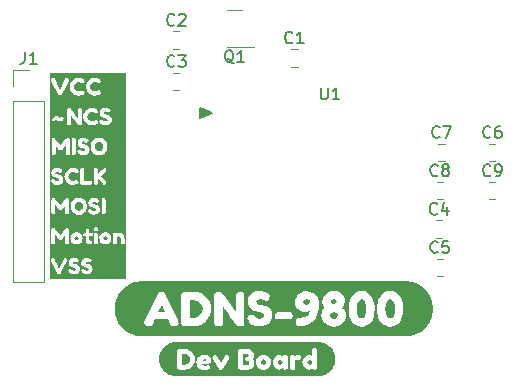
<source format=gbr>
%TF.GenerationSoftware,KiCad,Pcbnew,7.0.8*%
%TF.CreationDate,2023-12-08T10:16:49-06:00*%
%TF.ProjectId,ADNS9800,41444e53-3938-4303-902e-6b696361645f,rev?*%
%TF.SameCoordinates,Original*%
%TF.FileFunction,Legend,Top*%
%TF.FilePolarity,Positive*%
%FSLAX46Y46*%
G04 Gerber Fmt 4.6, Leading zero omitted, Abs format (unit mm)*
G04 Created by KiCad (PCBNEW 7.0.8) date 2023-12-08 10:16:49*
%MOMM*%
%LPD*%
G01*
G04 APERTURE LIST*
%ADD10C,0.150000*%
%ADD11C,0.120000*%
G04 APERTURE END LIST*
D10*
X150488095Y-77769819D02*
X150488095Y-78579342D01*
X150488095Y-78579342D02*
X150535714Y-78674580D01*
X150535714Y-78674580D02*
X150583333Y-78722200D01*
X150583333Y-78722200D02*
X150678571Y-78769819D01*
X150678571Y-78769819D02*
X150869047Y-78769819D01*
X150869047Y-78769819D02*
X150964285Y-78722200D01*
X150964285Y-78722200D02*
X151011904Y-78674580D01*
X151011904Y-78674580D02*
X151059523Y-78579342D01*
X151059523Y-78579342D02*
X151059523Y-77769819D01*
X152059523Y-78769819D02*
X151488095Y-78769819D01*
X151773809Y-78769819D02*
X151773809Y-77769819D01*
X151773809Y-77769819D02*
X151678571Y-77912676D01*
X151678571Y-77912676D02*
X151583333Y-78007914D01*
X151583333Y-78007914D02*
X151488095Y-78055533D01*
X143092261Y-75700057D02*
X142997023Y-75652438D01*
X142997023Y-75652438D02*
X142901785Y-75557200D01*
X142901785Y-75557200D02*
X142758928Y-75414342D01*
X142758928Y-75414342D02*
X142663690Y-75366723D01*
X142663690Y-75366723D02*
X142568452Y-75366723D01*
X142616071Y-75604819D02*
X142520833Y-75557200D01*
X142520833Y-75557200D02*
X142425595Y-75461961D01*
X142425595Y-75461961D02*
X142377976Y-75271485D01*
X142377976Y-75271485D02*
X142377976Y-74938152D01*
X142377976Y-74938152D02*
X142425595Y-74747676D01*
X142425595Y-74747676D02*
X142520833Y-74652438D01*
X142520833Y-74652438D02*
X142616071Y-74604819D01*
X142616071Y-74604819D02*
X142806547Y-74604819D01*
X142806547Y-74604819D02*
X142901785Y-74652438D01*
X142901785Y-74652438D02*
X142997023Y-74747676D01*
X142997023Y-74747676D02*
X143044642Y-74938152D01*
X143044642Y-74938152D02*
X143044642Y-75271485D01*
X143044642Y-75271485D02*
X142997023Y-75461961D01*
X142997023Y-75461961D02*
X142901785Y-75557200D01*
X142901785Y-75557200D02*
X142806547Y-75604819D01*
X142806547Y-75604819D02*
X142616071Y-75604819D01*
X143997023Y-75604819D02*
X143425595Y-75604819D01*
X143711309Y-75604819D02*
X143711309Y-74604819D01*
X143711309Y-74604819D02*
X143616071Y-74747676D01*
X143616071Y-74747676D02*
X143520833Y-74842914D01*
X143520833Y-74842914D02*
X143425595Y-74890533D01*
X125416666Y-74754819D02*
X125416666Y-75469104D01*
X125416666Y-75469104D02*
X125369047Y-75611961D01*
X125369047Y-75611961D02*
X125273809Y-75707200D01*
X125273809Y-75707200D02*
X125130952Y-75754819D01*
X125130952Y-75754819D02*
X125035714Y-75754819D01*
X126416666Y-75754819D02*
X125845238Y-75754819D01*
X126130952Y-75754819D02*
X126130952Y-74754819D01*
X126130952Y-74754819D02*
X126035714Y-74897676D01*
X126035714Y-74897676D02*
X125940476Y-74992914D01*
X125940476Y-74992914D02*
X125845238Y-75040533D01*
X164833333Y-85179580D02*
X164785714Y-85227200D01*
X164785714Y-85227200D02*
X164642857Y-85274819D01*
X164642857Y-85274819D02*
X164547619Y-85274819D01*
X164547619Y-85274819D02*
X164404762Y-85227200D01*
X164404762Y-85227200D02*
X164309524Y-85131961D01*
X164309524Y-85131961D02*
X164261905Y-85036723D01*
X164261905Y-85036723D02*
X164214286Y-84846247D01*
X164214286Y-84846247D02*
X164214286Y-84703390D01*
X164214286Y-84703390D02*
X164261905Y-84512914D01*
X164261905Y-84512914D02*
X164309524Y-84417676D01*
X164309524Y-84417676D02*
X164404762Y-84322438D01*
X164404762Y-84322438D02*
X164547619Y-84274819D01*
X164547619Y-84274819D02*
X164642857Y-84274819D01*
X164642857Y-84274819D02*
X164785714Y-84322438D01*
X164785714Y-84322438D02*
X164833333Y-84370057D01*
X165309524Y-85274819D02*
X165500000Y-85274819D01*
X165500000Y-85274819D02*
X165595238Y-85227200D01*
X165595238Y-85227200D02*
X165642857Y-85179580D01*
X165642857Y-85179580D02*
X165738095Y-85036723D01*
X165738095Y-85036723D02*
X165785714Y-84846247D01*
X165785714Y-84846247D02*
X165785714Y-84465295D01*
X165785714Y-84465295D02*
X165738095Y-84370057D01*
X165738095Y-84370057D02*
X165690476Y-84322438D01*
X165690476Y-84322438D02*
X165595238Y-84274819D01*
X165595238Y-84274819D02*
X165404762Y-84274819D01*
X165404762Y-84274819D02*
X165309524Y-84322438D01*
X165309524Y-84322438D02*
X165261905Y-84370057D01*
X165261905Y-84370057D02*
X165214286Y-84465295D01*
X165214286Y-84465295D02*
X165214286Y-84703390D01*
X165214286Y-84703390D02*
X165261905Y-84798628D01*
X165261905Y-84798628D02*
X165309524Y-84846247D01*
X165309524Y-84846247D02*
X165404762Y-84893866D01*
X165404762Y-84893866D02*
X165595238Y-84893866D01*
X165595238Y-84893866D02*
X165690476Y-84846247D01*
X165690476Y-84846247D02*
X165738095Y-84798628D01*
X165738095Y-84798628D02*
X165785714Y-84703390D01*
X160383333Y-85179580D02*
X160335714Y-85227200D01*
X160335714Y-85227200D02*
X160192857Y-85274819D01*
X160192857Y-85274819D02*
X160097619Y-85274819D01*
X160097619Y-85274819D02*
X159954762Y-85227200D01*
X159954762Y-85227200D02*
X159859524Y-85131961D01*
X159859524Y-85131961D02*
X159811905Y-85036723D01*
X159811905Y-85036723D02*
X159764286Y-84846247D01*
X159764286Y-84846247D02*
X159764286Y-84703390D01*
X159764286Y-84703390D02*
X159811905Y-84512914D01*
X159811905Y-84512914D02*
X159859524Y-84417676D01*
X159859524Y-84417676D02*
X159954762Y-84322438D01*
X159954762Y-84322438D02*
X160097619Y-84274819D01*
X160097619Y-84274819D02*
X160192857Y-84274819D01*
X160192857Y-84274819D02*
X160335714Y-84322438D01*
X160335714Y-84322438D02*
X160383333Y-84370057D01*
X160954762Y-84703390D02*
X160859524Y-84655771D01*
X160859524Y-84655771D02*
X160811905Y-84608152D01*
X160811905Y-84608152D02*
X160764286Y-84512914D01*
X160764286Y-84512914D02*
X160764286Y-84465295D01*
X160764286Y-84465295D02*
X160811905Y-84370057D01*
X160811905Y-84370057D02*
X160859524Y-84322438D01*
X160859524Y-84322438D02*
X160954762Y-84274819D01*
X160954762Y-84274819D02*
X161145238Y-84274819D01*
X161145238Y-84274819D02*
X161240476Y-84322438D01*
X161240476Y-84322438D02*
X161288095Y-84370057D01*
X161288095Y-84370057D02*
X161335714Y-84465295D01*
X161335714Y-84465295D02*
X161335714Y-84512914D01*
X161335714Y-84512914D02*
X161288095Y-84608152D01*
X161288095Y-84608152D02*
X161240476Y-84655771D01*
X161240476Y-84655771D02*
X161145238Y-84703390D01*
X161145238Y-84703390D02*
X160954762Y-84703390D01*
X160954762Y-84703390D02*
X160859524Y-84751009D01*
X160859524Y-84751009D02*
X160811905Y-84798628D01*
X160811905Y-84798628D02*
X160764286Y-84893866D01*
X160764286Y-84893866D02*
X160764286Y-85084342D01*
X160764286Y-85084342D02*
X160811905Y-85179580D01*
X160811905Y-85179580D02*
X160859524Y-85227200D01*
X160859524Y-85227200D02*
X160954762Y-85274819D01*
X160954762Y-85274819D02*
X161145238Y-85274819D01*
X161145238Y-85274819D02*
X161240476Y-85227200D01*
X161240476Y-85227200D02*
X161288095Y-85179580D01*
X161288095Y-85179580D02*
X161335714Y-85084342D01*
X161335714Y-85084342D02*
X161335714Y-84893866D01*
X161335714Y-84893866D02*
X161288095Y-84798628D01*
X161288095Y-84798628D02*
X161240476Y-84751009D01*
X161240476Y-84751009D02*
X161145238Y-84703390D01*
X160533333Y-81929580D02*
X160485714Y-81977200D01*
X160485714Y-81977200D02*
X160342857Y-82024819D01*
X160342857Y-82024819D02*
X160247619Y-82024819D01*
X160247619Y-82024819D02*
X160104762Y-81977200D01*
X160104762Y-81977200D02*
X160009524Y-81881961D01*
X160009524Y-81881961D02*
X159961905Y-81786723D01*
X159961905Y-81786723D02*
X159914286Y-81596247D01*
X159914286Y-81596247D02*
X159914286Y-81453390D01*
X159914286Y-81453390D02*
X159961905Y-81262914D01*
X159961905Y-81262914D02*
X160009524Y-81167676D01*
X160009524Y-81167676D02*
X160104762Y-81072438D01*
X160104762Y-81072438D02*
X160247619Y-81024819D01*
X160247619Y-81024819D02*
X160342857Y-81024819D01*
X160342857Y-81024819D02*
X160485714Y-81072438D01*
X160485714Y-81072438D02*
X160533333Y-81120057D01*
X160866667Y-81024819D02*
X161533333Y-81024819D01*
X161533333Y-81024819D02*
X161104762Y-82024819D01*
X164833333Y-81929580D02*
X164785714Y-81977200D01*
X164785714Y-81977200D02*
X164642857Y-82024819D01*
X164642857Y-82024819D02*
X164547619Y-82024819D01*
X164547619Y-82024819D02*
X164404762Y-81977200D01*
X164404762Y-81977200D02*
X164309524Y-81881961D01*
X164309524Y-81881961D02*
X164261905Y-81786723D01*
X164261905Y-81786723D02*
X164214286Y-81596247D01*
X164214286Y-81596247D02*
X164214286Y-81453390D01*
X164214286Y-81453390D02*
X164261905Y-81262914D01*
X164261905Y-81262914D02*
X164309524Y-81167676D01*
X164309524Y-81167676D02*
X164404762Y-81072438D01*
X164404762Y-81072438D02*
X164547619Y-81024819D01*
X164547619Y-81024819D02*
X164642857Y-81024819D01*
X164642857Y-81024819D02*
X164785714Y-81072438D01*
X164785714Y-81072438D02*
X164833333Y-81120057D01*
X165690476Y-81024819D02*
X165500000Y-81024819D01*
X165500000Y-81024819D02*
X165404762Y-81072438D01*
X165404762Y-81072438D02*
X165357143Y-81120057D01*
X165357143Y-81120057D02*
X165261905Y-81262914D01*
X165261905Y-81262914D02*
X165214286Y-81453390D01*
X165214286Y-81453390D02*
X165214286Y-81834342D01*
X165214286Y-81834342D02*
X165261905Y-81929580D01*
X165261905Y-81929580D02*
X165309524Y-81977200D01*
X165309524Y-81977200D02*
X165404762Y-82024819D01*
X165404762Y-82024819D02*
X165595238Y-82024819D01*
X165595238Y-82024819D02*
X165690476Y-81977200D01*
X165690476Y-81977200D02*
X165738095Y-81929580D01*
X165738095Y-81929580D02*
X165785714Y-81834342D01*
X165785714Y-81834342D02*
X165785714Y-81596247D01*
X165785714Y-81596247D02*
X165738095Y-81501009D01*
X165738095Y-81501009D02*
X165690476Y-81453390D01*
X165690476Y-81453390D02*
X165595238Y-81405771D01*
X165595238Y-81405771D02*
X165404762Y-81405771D01*
X165404762Y-81405771D02*
X165309524Y-81453390D01*
X165309524Y-81453390D02*
X165261905Y-81501009D01*
X165261905Y-81501009D02*
X165214286Y-81596247D01*
X160383333Y-91679580D02*
X160335714Y-91727200D01*
X160335714Y-91727200D02*
X160192857Y-91774819D01*
X160192857Y-91774819D02*
X160097619Y-91774819D01*
X160097619Y-91774819D02*
X159954762Y-91727200D01*
X159954762Y-91727200D02*
X159859524Y-91631961D01*
X159859524Y-91631961D02*
X159811905Y-91536723D01*
X159811905Y-91536723D02*
X159764286Y-91346247D01*
X159764286Y-91346247D02*
X159764286Y-91203390D01*
X159764286Y-91203390D02*
X159811905Y-91012914D01*
X159811905Y-91012914D02*
X159859524Y-90917676D01*
X159859524Y-90917676D02*
X159954762Y-90822438D01*
X159954762Y-90822438D02*
X160097619Y-90774819D01*
X160097619Y-90774819D02*
X160192857Y-90774819D01*
X160192857Y-90774819D02*
X160335714Y-90822438D01*
X160335714Y-90822438D02*
X160383333Y-90870057D01*
X161288095Y-90774819D02*
X160811905Y-90774819D01*
X160811905Y-90774819D02*
X160764286Y-91251009D01*
X160764286Y-91251009D02*
X160811905Y-91203390D01*
X160811905Y-91203390D02*
X160907143Y-91155771D01*
X160907143Y-91155771D02*
X161145238Y-91155771D01*
X161145238Y-91155771D02*
X161240476Y-91203390D01*
X161240476Y-91203390D02*
X161288095Y-91251009D01*
X161288095Y-91251009D02*
X161335714Y-91346247D01*
X161335714Y-91346247D02*
X161335714Y-91584342D01*
X161335714Y-91584342D02*
X161288095Y-91679580D01*
X161288095Y-91679580D02*
X161240476Y-91727200D01*
X161240476Y-91727200D02*
X161145238Y-91774819D01*
X161145238Y-91774819D02*
X160907143Y-91774819D01*
X160907143Y-91774819D02*
X160811905Y-91727200D01*
X160811905Y-91727200D02*
X160764286Y-91679580D01*
X160333333Y-88429580D02*
X160285714Y-88477200D01*
X160285714Y-88477200D02*
X160142857Y-88524819D01*
X160142857Y-88524819D02*
X160047619Y-88524819D01*
X160047619Y-88524819D02*
X159904762Y-88477200D01*
X159904762Y-88477200D02*
X159809524Y-88381961D01*
X159809524Y-88381961D02*
X159761905Y-88286723D01*
X159761905Y-88286723D02*
X159714286Y-88096247D01*
X159714286Y-88096247D02*
X159714286Y-87953390D01*
X159714286Y-87953390D02*
X159761905Y-87762914D01*
X159761905Y-87762914D02*
X159809524Y-87667676D01*
X159809524Y-87667676D02*
X159904762Y-87572438D01*
X159904762Y-87572438D02*
X160047619Y-87524819D01*
X160047619Y-87524819D02*
X160142857Y-87524819D01*
X160142857Y-87524819D02*
X160285714Y-87572438D01*
X160285714Y-87572438D02*
X160333333Y-87620057D01*
X161190476Y-87858152D02*
X161190476Y-88524819D01*
X160952381Y-87477200D02*
X160714286Y-88191485D01*
X160714286Y-88191485D02*
X161333333Y-88191485D01*
X138083333Y-75929580D02*
X138035714Y-75977200D01*
X138035714Y-75977200D02*
X137892857Y-76024819D01*
X137892857Y-76024819D02*
X137797619Y-76024819D01*
X137797619Y-76024819D02*
X137654762Y-75977200D01*
X137654762Y-75977200D02*
X137559524Y-75881961D01*
X137559524Y-75881961D02*
X137511905Y-75786723D01*
X137511905Y-75786723D02*
X137464286Y-75596247D01*
X137464286Y-75596247D02*
X137464286Y-75453390D01*
X137464286Y-75453390D02*
X137511905Y-75262914D01*
X137511905Y-75262914D02*
X137559524Y-75167676D01*
X137559524Y-75167676D02*
X137654762Y-75072438D01*
X137654762Y-75072438D02*
X137797619Y-75024819D01*
X137797619Y-75024819D02*
X137892857Y-75024819D01*
X137892857Y-75024819D02*
X138035714Y-75072438D01*
X138035714Y-75072438D02*
X138083333Y-75120057D01*
X138416667Y-75024819D02*
X139035714Y-75024819D01*
X139035714Y-75024819D02*
X138702381Y-75405771D01*
X138702381Y-75405771D02*
X138845238Y-75405771D01*
X138845238Y-75405771D02*
X138940476Y-75453390D01*
X138940476Y-75453390D02*
X138988095Y-75501009D01*
X138988095Y-75501009D02*
X139035714Y-75596247D01*
X139035714Y-75596247D02*
X139035714Y-75834342D01*
X139035714Y-75834342D02*
X138988095Y-75929580D01*
X138988095Y-75929580D02*
X138940476Y-75977200D01*
X138940476Y-75977200D02*
X138845238Y-76024819D01*
X138845238Y-76024819D02*
X138559524Y-76024819D01*
X138559524Y-76024819D02*
X138464286Y-75977200D01*
X138464286Y-75977200D02*
X138416667Y-75929580D01*
X138083333Y-72429580D02*
X138035714Y-72477200D01*
X138035714Y-72477200D02*
X137892857Y-72524819D01*
X137892857Y-72524819D02*
X137797619Y-72524819D01*
X137797619Y-72524819D02*
X137654762Y-72477200D01*
X137654762Y-72477200D02*
X137559524Y-72381961D01*
X137559524Y-72381961D02*
X137511905Y-72286723D01*
X137511905Y-72286723D02*
X137464286Y-72096247D01*
X137464286Y-72096247D02*
X137464286Y-71953390D01*
X137464286Y-71953390D02*
X137511905Y-71762914D01*
X137511905Y-71762914D02*
X137559524Y-71667676D01*
X137559524Y-71667676D02*
X137654762Y-71572438D01*
X137654762Y-71572438D02*
X137797619Y-71524819D01*
X137797619Y-71524819D02*
X137892857Y-71524819D01*
X137892857Y-71524819D02*
X138035714Y-71572438D01*
X138035714Y-71572438D02*
X138083333Y-71620057D01*
X138464286Y-71620057D02*
X138511905Y-71572438D01*
X138511905Y-71572438D02*
X138607143Y-71524819D01*
X138607143Y-71524819D02*
X138845238Y-71524819D01*
X138845238Y-71524819D02*
X138940476Y-71572438D01*
X138940476Y-71572438D02*
X138988095Y-71620057D01*
X138988095Y-71620057D02*
X139035714Y-71715295D01*
X139035714Y-71715295D02*
X139035714Y-71810533D01*
X139035714Y-71810533D02*
X138988095Y-71953390D01*
X138988095Y-71953390D02*
X138416667Y-72524819D01*
X138416667Y-72524819D02*
X139035714Y-72524819D01*
X148083333Y-73929580D02*
X148035714Y-73977200D01*
X148035714Y-73977200D02*
X147892857Y-74024819D01*
X147892857Y-74024819D02*
X147797619Y-74024819D01*
X147797619Y-74024819D02*
X147654762Y-73977200D01*
X147654762Y-73977200D02*
X147559524Y-73881961D01*
X147559524Y-73881961D02*
X147511905Y-73786723D01*
X147511905Y-73786723D02*
X147464286Y-73596247D01*
X147464286Y-73596247D02*
X147464286Y-73453390D01*
X147464286Y-73453390D02*
X147511905Y-73262914D01*
X147511905Y-73262914D02*
X147559524Y-73167676D01*
X147559524Y-73167676D02*
X147654762Y-73072438D01*
X147654762Y-73072438D02*
X147797619Y-73024819D01*
X147797619Y-73024819D02*
X147892857Y-73024819D01*
X147892857Y-73024819D02*
X148035714Y-73072438D01*
X148035714Y-73072438D02*
X148083333Y-73120057D01*
X149035714Y-74024819D02*
X148464286Y-74024819D01*
X148750000Y-74024819D02*
X148750000Y-73024819D01*
X148750000Y-73024819D02*
X148654762Y-73167676D01*
X148654762Y-73167676D02*
X148559524Y-73262914D01*
X148559524Y-73262914D02*
X148464286Y-73310533D01*
%TO.C,kibuzzard-65734037*%
G36*
X150424838Y-99324970D02*
G01*
X150563839Y-99345589D01*
X150700150Y-99379733D01*
X150832458Y-99427074D01*
X150959489Y-99487155D01*
X151080019Y-99559398D01*
X151192888Y-99643107D01*
X151297008Y-99737476D01*
X151391377Y-99841596D01*
X151475086Y-99954465D01*
X151547329Y-100074995D01*
X151607410Y-100202026D01*
X151654751Y-100334334D01*
X151688895Y-100470645D01*
X151709514Y-100609647D01*
X151716409Y-100750000D01*
X151709514Y-100890353D01*
X151688895Y-101029355D01*
X151654751Y-101165666D01*
X151607410Y-101297974D01*
X151547329Y-101425005D01*
X151475086Y-101545535D01*
X151391377Y-101658404D01*
X151297008Y-101762524D01*
X151192888Y-101856893D01*
X151080019Y-101940602D01*
X150959489Y-102012845D01*
X150832458Y-102072926D01*
X150700150Y-102120267D01*
X150563839Y-102154411D01*
X150424838Y-102175030D01*
X150284484Y-102181925D01*
X150185266Y-102181925D01*
X149957856Y-102181925D01*
X148070716Y-102181925D01*
X147486119Y-102181925D01*
X145634697Y-102181925D01*
X144313103Y-102181925D01*
X142023531Y-102181925D01*
X140631691Y-102181925D01*
X138960053Y-102181925D01*
X138314734Y-102181925D01*
X138215516Y-102181925D01*
X138075163Y-102175030D01*
X137936161Y-102154411D01*
X137799850Y-102120267D01*
X137667542Y-102072926D01*
X137540511Y-102012845D01*
X137419981Y-101940602D01*
X137307112Y-101856893D01*
X137202992Y-101762524D01*
X137108623Y-101658404D01*
X137024914Y-101545535D01*
X136961996Y-101440562D01*
X138314734Y-101440562D01*
X138343309Y-101592963D01*
X138406413Y-101637611D01*
X138524284Y-101652494D01*
X138960053Y-101652494D01*
X139135447Y-101636271D01*
X139297298Y-101587605D01*
X139445605Y-101506493D01*
X139580369Y-101392937D01*
X139692362Y-101256685D01*
X139772357Y-101107485D01*
X139794296Y-101033369D01*
X139955416Y-101033369D01*
X139972084Y-101187092D01*
X140022091Y-101330760D01*
X140105434Y-101464375D01*
X140196815Y-101554565D01*
X140318556Y-101625109D01*
X140465301Y-101670651D01*
X140631691Y-101685831D01*
X140853593Y-101672586D01*
X141012095Y-101632848D01*
X141107197Y-101566620D01*
X141138897Y-101473900D01*
X141107941Y-101364362D01*
X140976972Y-101257206D01*
X140881722Y-101283400D01*
X140855528Y-101292925D01*
X140762064Y-101314356D01*
X140638834Y-101321500D01*
X140481672Y-101276256D01*
X140403091Y-101164337D01*
X140967447Y-101164337D01*
X141128181Y-101094091D01*
X141182652Y-101004794D01*
X141200809Y-100877397D01*
X141180569Y-100736605D01*
X141119847Y-100607125D01*
X141103352Y-100588075D01*
X141296059Y-100588075D01*
X141343684Y-100716662D01*
X141838984Y-101564387D01*
X141860416Y-101590581D01*
X141925900Y-101641778D01*
X142023531Y-101666781D01*
X142127116Y-101634634D01*
X142203316Y-101562006D01*
X142275518Y-101438181D01*
X143477284Y-101438181D01*
X143491572Y-101562006D01*
X143554675Y-101629872D01*
X143686834Y-101652494D01*
X144313103Y-101652494D01*
X144456375Y-101634634D01*
X144584566Y-101581056D01*
X144697675Y-101491759D01*
X144786178Y-101376004D01*
X144840550Y-101243051D01*
X144860791Y-101092900D01*
X144853279Y-101028606D01*
X144979853Y-101028606D01*
X145005154Y-101209284D01*
X145081056Y-101370316D01*
X145193868Y-101503070D01*
X145329897Y-101598916D01*
X145479916Y-101656959D01*
X145634697Y-101676306D01*
X145789181Y-101658149D01*
X145938306Y-101603678D01*
X146073740Y-101510809D01*
X146187147Y-101377459D01*
X146263942Y-101212855D01*
X146289541Y-101026225D01*
X146289395Y-101025034D01*
X146408603Y-101025034D01*
X146428182Y-101184181D01*
X146486920Y-101329834D01*
X146584816Y-101461994D01*
X146705598Y-101566504D01*
X146832995Y-101629210D01*
X146967006Y-101650113D01*
X147143516Y-101618561D01*
X147261091Y-101523906D01*
X147312288Y-101617966D01*
X147486119Y-101650113D01*
X147591787Y-101634634D01*
X147649234Y-101588200D01*
X147669475Y-101525097D01*
X147670044Y-101512000D01*
X147863547Y-101512000D01*
X147906409Y-101614394D01*
X148070716Y-101654875D01*
X148192159Y-101639397D01*
X148256453Y-101592963D01*
X148279075Y-101529859D01*
X148282647Y-101447706D01*
X148282647Y-101027416D01*
X148927966Y-101027416D01*
X148947545Y-101186430D01*
X149006282Y-101331686D01*
X149104178Y-101463184D01*
X149225887Y-101567033D01*
X149356062Y-101629343D01*
X149494703Y-101650113D01*
X149653652Y-101621538D01*
X149773309Y-101535812D01*
X149828971Y-101623323D01*
X149957856Y-101652494D01*
X150090909Y-101636420D01*
X150159072Y-101588200D01*
X150181694Y-101527478D01*
X150185266Y-101445325D01*
X150185266Y-100023719D01*
X150181694Y-99941566D01*
X150160263Y-99878462D01*
X150097159Y-99828456D01*
X149976906Y-99814169D01*
X149856653Y-99828456D01*
X149793550Y-99877272D01*
X149772119Y-99939184D01*
X149768547Y-100021338D01*
X149768547Y-100521400D01*
X149651270Y-100432103D01*
X149494703Y-100402337D01*
X149357252Y-100423240D01*
X149227474Y-100485946D01*
X149105369Y-100590456D01*
X149006812Y-100722616D01*
X148947677Y-100868269D01*
X148927966Y-101027416D01*
X148282647Y-101027416D01*
X148282647Y-100947644D01*
X148338606Y-100838106D01*
X148458859Y-100792862D01*
X148562444Y-100811912D01*
X148644597Y-100830962D01*
X148775566Y-100740475D01*
X148820809Y-100573787D01*
X148791044Y-100463059D01*
X148716034Y-100414244D01*
X148632691Y-100394003D01*
X148538631Y-100388050D01*
X148408853Y-100428531D01*
X148312413Y-100492825D01*
X148277884Y-100533306D01*
X148251691Y-100454725D01*
X148189183Y-100413648D01*
X148073097Y-100399956D01*
X147950463Y-100416030D01*
X147887359Y-100464250D01*
X147867119Y-100524972D01*
X147863547Y-100607125D01*
X147863547Y-101442944D01*
X147863547Y-101512000D01*
X147670044Y-101512000D01*
X147673047Y-101442944D01*
X147673047Y-100609506D01*
X147669475Y-100527353D01*
X147648044Y-100464250D01*
X147584941Y-100414244D01*
X147446828Y-100399956D01*
X147312883Y-100433294D01*
X147258709Y-100533306D01*
X147215847Y-100484491D01*
X147122978Y-100430912D01*
X146975341Y-100402337D01*
X146837890Y-100423107D01*
X146708112Y-100485417D01*
X146586006Y-100589266D01*
X146487449Y-100720764D01*
X146428315Y-100866020D01*
X146408603Y-101025034D01*
X146289395Y-101025034D01*
X146267580Y-100846970D01*
X146201699Y-100690204D01*
X146091897Y-100555928D01*
X145953520Y-100453402D01*
X145801914Y-100391886D01*
X145637078Y-100371381D01*
X145471978Y-100392019D01*
X145319578Y-100453931D01*
X145179878Y-100557119D01*
X145068753Y-100692056D01*
X145002078Y-100849219D01*
X144979853Y-101028606D01*
X144853279Y-101028606D01*
X144845180Y-100959285D01*
X144798349Y-100834667D01*
X144720297Y-100719044D01*
X144788163Y-100581527D01*
X144810784Y-100430912D01*
X144793587Y-100293329D01*
X144741993Y-100169504D01*
X144656003Y-100059437D01*
X144549641Y-99974771D01*
X144427403Y-99923971D01*
X144289291Y-99907037D01*
X143689216Y-99907037D01*
X143566581Y-99923111D01*
X143503478Y-99971331D01*
X143480856Y-100033244D01*
X143477284Y-100116587D01*
X143477284Y-101438181D01*
X142275518Y-101438181D01*
X142696234Y-100716662D01*
X142743859Y-100585694D01*
X142712903Y-100504731D01*
X142620034Y-100428531D01*
X142489066Y-100378525D01*
X142412866Y-100398766D01*
X142371194Y-100439247D01*
X142331903Y-100504731D01*
X142019959Y-101104806D01*
X141708016Y-100504731D01*
X141644913Y-100408291D01*
X141562759Y-100376144D01*
X141419884Y-100428531D01*
X141327016Y-100505327D01*
X141296059Y-100588075D01*
X141103352Y-100588075D01*
X141031443Y-100505029D01*
X140921013Y-100432103D01*
X140788556Y-100388348D01*
X140634072Y-100373762D01*
X140451113Y-100393739D01*
X140289584Y-100453667D01*
X140149488Y-100553547D01*
X140041670Y-100686765D01*
X139976979Y-100846705D01*
X139955416Y-101033369D01*
X139794296Y-101033369D01*
X139820354Y-100945337D01*
X139836353Y-100770241D01*
X139819982Y-100595814D01*
X139770869Y-100435675D01*
X139689013Y-100289823D01*
X139574416Y-100158259D01*
X139438238Y-100049392D01*
X139291642Y-99971629D01*
X139134629Y-99924971D01*
X138967197Y-99909419D01*
X138526666Y-99907037D01*
X138404031Y-99923111D01*
X138340928Y-99971331D01*
X138318306Y-100033244D01*
X138314734Y-100116587D01*
X138314734Y-101440562D01*
X136961996Y-101440562D01*
X136952671Y-101425005D01*
X136892590Y-101297974D01*
X136845249Y-101165666D01*
X136811105Y-101029355D01*
X136790486Y-100890353D01*
X136783591Y-100750000D01*
X136790486Y-100609647D01*
X136811105Y-100470645D01*
X136845249Y-100334334D01*
X136892590Y-100202026D01*
X136952671Y-100074995D01*
X137024914Y-99954465D01*
X137108623Y-99841596D01*
X137202992Y-99737476D01*
X137307112Y-99643107D01*
X137419981Y-99559398D01*
X137540511Y-99487155D01*
X137667542Y-99427074D01*
X137799850Y-99379733D01*
X137936161Y-99345589D01*
X138075163Y-99324970D01*
X138215516Y-99318075D01*
X138314734Y-99318075D01*
X150185266Y-99318075D01*
X150284484Y-99318075D01*
X150424838Y-99324970D01*
G37*
G36*
X139134182Y-100363345D02*
G01*
X139280331Y-100460678D01*
X139381237Y-100606232D01*
X139414872Y-100783337D01*
X139380344Y-100959848D01*
X139276759Y-101103616D01*
X139130313Y-101199163D01*
X138967197Y-101231013D01*
X138736216Y-101231013D01*
X138736216Y-100330900D01*
X138964816Y-100330900D01*
X139134182Y-100363345D01*
G37*
G36*
X144350013Y-100352331D02*
G01*
X144389303Y-100435675D01*
X144382159Y-100521400D01*
X144267859Y-100571406D01*
X144121413Y-100604744D01*
X144077359Y-100741666D01*
X144120222Y-100878588D01*
X144248809Y-100911925D01*
X144382159Y-100930975D01*
X144426213Y-100978600D01*
X144439309Y-101069087D01*
X144401805Y-101190531D01*
X144289291Y-101231013D01*
X143898766Y-101231013D01*
X143898766Y-100328519D01*
X144232141Y-100328519D01*
X144350013Y-100352331D01*
G37*
G36*
X145794241Y-100847631D02*
G01*
X145849605Y-100919664D01*
X145868059Y-101021462D01*
X145848414Y-101123856D01*
X145789478Y-101197675D01*
X145632316Y-101257206D01*
X145477534Y-101198866D01*
X145420384Y-101126237D01*
X145401334Y-101025034D01*
X145419789Y-100923534D01*
X145475153Y-100850012D01*
X145634697Y-100790481D01*
X145794241Y-100847631D01*
G37*
G36*
X147186081Y-100883350D02*
G01*
X147242041Y-101027416D01*
X147183700Y-101169100D01*
X147037253Y-101233394D01*
X146887234Y-101170291D01*
X146825322Y-101028606D01*
X146883663Y-100883350D01*
X147036063Y-100816675D01*
X147186081Y-100883350D01*
G37*
G36*
X149705444Y-100885731D02*
G01*
X149761403Y-101029797D01*
X149703063Y-101171481D01*
X149556616Y-101235775D01*
X149406597Y-101171481D01*
X149344684Y-101028606D01*
X149401834Y-100884541D01*
X149554234Y-100819056D01*
X149705444Y-100885731D01*
G37*
G36*
X140747181Y-100783337D02*
G01*
X140788853Y-100871444D01*
X140698366Y-100947644D01*
X140398328Y-100947644D01*
X140474528Y-100813103D01*
X140628119Y-100750000D01*
X140747181Y-100783337D01*
G37*
%TO.C,kibuzzard-65734027*%
G36*
X157854322Y-94172346D02*
G01*
X158081368Y-94206025D01*
X158304019Y-94261796D01*
X158520132Y-94339123D01*
X158727625Y-94437260D01*
X158924500Y-94555262D01*
X159108861Y-94691993D01*
X159278932Y-94846136D01*
X159433075Y-95016207D01*
X159569806Y-95200568D01*
X159687808Y-95397442D01*
X159785945Y-95604935D01*
X159863271Y-95821048D01*
X159919043Y-96043700D01*
X159952722Y-96270746D01*
X159963984Y-96500000D01*
X159952722Y-96729254D01*
X159919043Y-96956300D01*
X159863271Y-97178952D01*
X159785945Y-97395065D01*
X159687808Y-97602558D01*
X159569806Y-97799432D01*
X159433075Y-97983793D01*
X159278932Y-98153864D01*
X159108861Y-98308007D01*
X158924500Y-98444738D01*
X158727625Y-98562740D01*
X158520132Y-98660877D01*
X158304019Y-98738204D01*
X158081368Y-98793975D01*
X157854322Y-98827654D01*
X157625068Y-98838917D01*
X157459703Y-98838917D01*
X156356391Y-98838917D01*
X153943391Y-98838917D01*
X151578016Y-98838917D01*
X148724484Y-98838917D01*
X147811672Y-98838917D01*
X145323266Y-98838917D01*
X143656391Y-98838917D01*
X139751141Y-98838917D01*
X138014812Y-98838917D01*
X135540297Y-98838917D01*
X135374932Y-98838917D01*
X135145678Y-98827654D01*
X134918632Y-98793975D01*
X134695981Y-98738204D01*
X134479868Y-98660877D01*
X134272375Y-98562740D01*
X134075500Y-98444738D01*
X133891139Y-98308007D01*
X133721068Y-98153864D01*
X133566925Y-97983793D01*
X133430194Y-97799432D01*
X133353083Y-97670781D01*
X135540297Y-97670781D01*
X135597844Y-97805719D01*
X135770484Y-97924781D01*
X135982812Y-97992250D01*
X136109812Y-97954547D01*
X136181250Y-97881125D01*
X136242766Y-97766031D01*
X136449141Y-97337406D01*
X137548484Y-97337406D01*
X137754859Y-97766031D01*
X137816375Y-97885094D01*
X137887812Y-97960500D01*
X138014812Y-97996219D01*
X138227141Y-97928750D01*
X138399781Y-97806711D01*
X138457328Y-97670781D01*
X138433516Y-97599344D01*
X138675609Y-97599344D01*
X138723234Y-97853344D01*
X138828406Y-97927758D01*
X139024859Y-97952563D01*
X139751141Y-97952563D01*
X140043464Y-97925525D01*
X140313215Y-97844414D01*
X140560394Y-97709229D01*
X140686091Y-97603313D01*
X141469609Y-97603313D01*
X141475562Y-97742219D01*
X141513266Y-97849375D01*
X141616453Y-97929742D01*
X141814891Y-97956531D01*
X142019281Y-97929742D01*
X142124453Y-97849375D01*
X142162156Y-97746188D01*
X142168109Y-97607281D01*
X142168109Y-96301563D01*
X142279014Y-96446201D01*
X142423873Y-96636701D01*
X142602687Y-96873063D01*
X142815457Y-97155285D01*
X143062181Y-97483368D01*
X143342859Y-97857313D01*
X143442078Y-97932719D01*
X143656391Y-97956531D01*
X143860781Y-97929742D01*
X143965953Y-97849375D01*
X144003656Y-97746188D01*
X144009609Y-97607281D01*
X144009609Y-97319547D01*
X144267578Y-97319547D01*
X144370766Y-97547750D01*
X144406484Y-97591406D01*
X144521578Y-97712453D01*
X144700172Y-97837469D01*
X144970047Y-97950578D01*
X145141695Y-97984809D01*
X145323266Y-97996219D01*
X145561832Y-97972847D01*
X145790696Y-97902733D01*
X146009859Y-97785875D01*
X146160672Y-97656395D01*
X146279734Y-97482266D01*
X146357125Y-97270434D01*
X146376591Y-97087375D01*
X146581359Y-97087375D01*
X146601203Y-97269938D01*
X146689508Y-97371141D01*
X146867109Y-97404875D01*
X147811672Y-97404875D01*
X148010109Y-97369156D01*
X148079562Y-97271922D01*
X148101391Y-97091344D01*
X148077578Y-96908781D01*
X147992250Y-96810555D01*
X147815641Y-96777813D01*
X146871078Y-96777813D01*
X146680578Y-96813531D01*
X146605172Y-96908781D01*
X146581359Y-97087375D01*
X146376591Y-97087375D01*
X146382922Y-97027844D01*
X146357621Y-96790215D01*
X146281719Y-96593266D01*
X146168113Y-96442949D01*
X146029703Y-96345219D01*
X145871945Y-96279238D01*
X145700297Y-96224172D01*
X145528648Y-96181012D01*
X145370891Y-96150750D01*
X145118875Y-96059469D01*
X145050648Y-95940406D01*
X148299828Y-95940406D01*
X148330917Y-96150089D01*
X148424182Y-96345219D01*
X148579625Y-96525797D01*
X148778283Y-96670215D01*
X149001194Y-96756866D01*
X149248359Y-96785750D01*
X149546016Y-96718281D01*
X149526172Y-96773844D01*
X149447789Y-96912750D01*
X149307891Y-97067531D01*
X149071750Y-97202469D01*
X148756234Y-97258031D01*
X148526047Y-97281844D01*
X148412937Y-97387016D01*
X148375234Y-97607281D01*
X148403016Y-97808695D01*
X148486359Y-97920813D01*
X148700672Y-97960500D01*
X148724484Y-97960500D01*
X149008806Y-97940180D01*
X149268044Y-97879220D01*
X149502201Y-97777620D01*
X149711274Y-97635380D01*
X149895266Y-97452500D01*
X150049571Y-97239299D01*
X150160436Y-97023875D01*
X150522328Y-97023875D01*
X150558267Y-97303010D01*
X150666085Y-97542458D01*
X150845781Y-97742219D01*
X151070898Y-97892149D01*
X151314976Y-97982108D01*
X151578016Y-98012094D01*
X151841056Y-97981887D01*
X152085134Y-97891267D01*
X152310250Y-97740234D01*
X152489946Y-97539813D01*
X152597764Y-97301026D01*
X152633703Y-97023875D01*
X152611379Y-96858180D01*
X152544406Y-96694469D01*
X152418571Y-96503969D01*
X152832141Y-96503969D01*
X152844929Y-96782222D01*
X152883293Y-97040191D01*
X152947234Y-97277875D01*
X153033059Y-97477305D01*
X153139719Y-97646969D01*
X153279617Y-97789348D01*
X153465156Y-97906922D01*
X153688895Y-97985801D01*
X153943391Y-98012094D01*
X154196895Y-97986297D01*
X154417656Y-97908906D01*
X154599723Y-97791828D01*
X154737141Y-97646969D01*
X154872574Y-97418021D01*
X154969312Y-97151867D01*
X155027355Y-96848506D01*
X155046703Y-96507938D01*
X155046503Y-96503969D01*
X155245141Y-96503969D01*
X155257929Y-96782222D01*
X155296293Y-97040191D01*
X155360234Y-97277875D01*
X155446059Y-97477305D01*
X155552719Y-97646969D01*
X155692617Y-97789348D01*
X155878156Y-97906922D01*
X156101895Y-97985801D01*
X156356391Y-98012094D01*
X156609895Y-97986297D01*
X156830656Y-97908906D01*
X157012723Y-97791828D01*
X157150141Y-97646969D01*
X157285574Y-97418021D01*
X157382312Y-97151867D01*
X157440355Y-96848506D01*
X157459703Y-96507938D01*
X157446474Y-96245559D01*
X157406786Y-95992882D01*
X157340641Y-95749906D01*
X157257793Y-95549484D01*
X157152125Y-95376844D01*
X157013219Y-95230992D01*
X156830656Y-95110937D01*
X156608902Y-95030570D01*
X156352422Y-95003781D01*
X156094949Y-95031066D01*
X155870219Y-95112922D01*
X155685176Y-95234961D01*
X155546766Y-95382797D01*
X155437129Y-95573793D01*
X155338406Y-95825313D01*
X155286592Y-96025955D01*
X155255503Y-96252174D01*
X155245141Y-96503969D01*
X155046503Y-96503969D01*
X155033474Y-96245559D01*
X154993786Y-95992882D01*
X154927641Y-95749906D01*
X154844793Y-95549484D01*
X154739125Y-95376844D01*
X154600219Y-95230992D01*
X154417656Y-95110937D01*
X154195902Y-95030570D01*
X153939422Y-95003781D01*
X153681949Y-95031066D01*
X153457219Y-95112922D01*
X153272176Y-95234961D01*
X153133766Y-95382797D01*
X153024129Y-95573793D01*
X152925406Y-95825313D01*
X152873592Y-96025955D01*
X152842503Y-96252174D01*
X152832141Y-96503969D01*
X152418571Y-96503969D01*
X152401531Y-96478172D01*
X152312234Y-96396813D01*
X152371766Y-96333313D01*
X152488844Y-96146781D01*
X152546391Y-95904688D01*
X152514641Y-95653333D01*
X152419391Y-95433729D01*
X152260641Y-95245875D01*
X152058675Y-95102559D01*
X151833780Y-95016569D01*
X151585953Y-94987906D01*
X151337245Y-95016128D01*
X151109703Y-95100795D01*
X150903328Y-95241906D01*
X150740168Y-95426233D01*
X150642273Y-95640545D01*
X150609641Y-95884844D01*
X150675125Y-96160672D01*
X150780297Y-96333313D01*
X150847766Y-96396813D01*
X150764422Y-96472219D01*
X150603687Y-96700422D01*
X150542668Y-96859668D01*
X150522328Y-97023875D01*
X150160436Y-97023875D01*
X150169586Y-97006095D01*
X150255311Y-96752889D01*
X150306746Y-96479680D01*
X150323891Y-96186469D01*
X150294786Y-95858606D01*
X150207474Y-95573517D01*
X150061953Y-95331203D01*
X149858665Y-95147097D01*
X149598050Y-95036634D01*
X149280109Y-94999813D01*
X149021259Y-95029799D01*
X148789748Y-95119757D01*
X148585578Y-95269687D01*
X148426828Y-95464156D01*
X148331578Y-95687729D01*
X148299828Y-95940406D01*
X145050648Y-95940406D01*
X145017672Y-95882859D01*
X145103000Y-95712203D01*
X145317312Y-95650688D01*
X145529641Y-95702281D01*
X145591156Y-95753875D01*
X145636797Y-95793563D01*
X145843172Y-95872938D01*
X145984062Y-95823328D01*
X146120984Y-95674500D01*
X146216234Y-95456219D01*
X146093203Y-95261750D01*
X145993984Y-95186344D01*
X145722125Y-95061328D01*
X145515254Y-95015191D01*
X145287547Y-94999813D01*
X145009514Y-95028696D01*
X144773373Y-95115347D01*
X144579125Y-95259766D01*
X144434707Y-95442990D01*
X144348056Y-95646057D01*
X144319172Y-95868969D01*
X144344473Y-96104613D01*
X144420375Y-96303547D01*
X144533980Y-96459816D01*
X144672391Y-96567469D01*
X144829156Y-96645355D01*
X144997828Y-96712328D01*
X145166500Y-96765410D01*
X145323266Y-96801625D01*
X145575281Y-96890922D01*
X145676484Y-97043719D01*
X145635474Y-97211288D01*
X145512443Y-97311830D01*
X145307391Y-97345344D01*
X145116891Y-97283828D01*
X144958141Y-97154844D01*
X144781531Y-97006016D01*
X144648578Y-96956406D01*
X144438234Y-97051656D01*
X144310242Y-97201973D01*
X144267578Y-97319547D01*
X144009609Y-97319547D01*
X144009609Y-95404625D01*
X143985797Y-95202219D01*
X143936187Y-95118875D01*
X143833000Y-95071250D01*
X143650437Y-95051406D01*
X143461922Y-95075219D01*
X143348812Y-95168484D01*
X143311109Y-95388750D01*
X143311109Y-96730188D01*
X143201748Y-96586982D01*
X143061519Y-96400781D01*
X142890422Y-96171586D01*
X142688457Y-95899396D01*
X142455623Y-95584211D01*
X142191922Y-95226031D01*
X142100641Y-95122844D01*
X142003406Y-95073234D01*
X141814891Y-95051406D01*
X141620422Y-95075219D01*
X141507312Y-95168484D01*
X141469609Y-95388750D01*
X141469609Y-97603313D01*
X140686091Y-97603313D01*
X140785000Y-97519969D01*
X140971655Y-97292882D01*
X141104980Y-97044215D01*
X141184976Y-96773968D01*
X141211641Y-96482141D01*
X141184355Y-96191430D01*
X141102500Y-95924531D01*
X140966074Y-95681445D01*
X140775078Y-95462172D01*
X140548115Y-95280726D01*
X140303789Y-95151121D01*
X140042100Y-95073358D01*
X139763047Y-95047438D01*
X139028828Y-95043469D01*
X138824437Y-95070258D01*
X138719266Y-95150625D01*
X138681562Y-95253812D01*
X138675609Y-95392719D01*
X138675609Y-97599344D01*
X138433516Y-97599344D01*
X138389859Y-97468375D01*
X137318297Y-95253812D01*
X137187328Y-95099031D01*
X137000797Y-95047438D01*
X136812281Y-95103000D01*
X136679328Y-95249844D01*
X135607766Y-97468375D01*
X135540297Y-97670781D01*
X133353083Y-97670781D01*
X133312192Y-97602558D01*
X133214055Y-97395065D01*
X133136729Y-97178952D01*
X133080957Y-96956300D01*
X133047278Y-96729254D01*
X133036016Y-96500000D01*
X133047278Y-96270746D01*
X133080957Y-96043700D01*
X133136729Y-95821048D01*
X133214055Y-95604935D01*
X133312192Y-95397442D01*
X133430194Y-95200568D01*
X133566925Y-95016207D01*
X133721068Y-94846136D01*
X133891139Y-94691993D01*
X134075500Y-94555262D01*
X134272375Y-94437260D01*
X134479868Y-94339123D01*
X134695981Y-94261796D01*
X134918632Y-94206025D01*
X135145678Y-94172346D01*
X135374932Y-94161083D01*
X135540297Y-94161083D01*
X157459703Y-94161083D01*
X157625068Y-94161083D01*
X157854322Y-94172346D01*
G37*
G36*
X140041355Y-95803980D02*
G01*
X140284937Y-95966203D01*
X140453113Y-96208793D01*
X140509172Y-96503969D01*
X140451625Y-96798152D01*
X140278984Y-97037766D01*
X140034906Y-97197012D01*
X139763047Y-97250094D01*
X139378078Y-97250094D01*
X139378078Y-95749906D01*
X139759078Y-95749906D01*
X140041355Y-95803980D01*
G37*
G36*
X154116527Y-95756107D02*
G01*
X154243031Y-95905680D01*
X154318934Y-96154967D01*
X154344234Y-96503969D01*
X154344234Y-96527781D01*
X154318686Y-96868102D01*
X154242039Y-97111188D01*
X154114295Y-97257039D01*
X153935453Y-97305656D01*
X153760084Y-97255675D01*
X153634820Y-97105730D01*
X153559662Y-96855823D01*
X153534609Y-96505953D01*
X153559910Y-96156083D01*
X153635812Y-95906176D01*
X153762316Y-95756231D01*
X153939422Y-95706250D01*
X154116527Y-95756107D01*
G37*
G36*
X156529527Y-95756107D02*
G01*
X156656031Y-95905680D01*
X156731934Y-96154967D01*
X156757234Y-96503969D01*
X156757234Y-96527781D01*
X156731686Y-96868102D01*
X156655039Y-97111188D01*
X156527295Y-97257039D01*
X156348453Y-97305656D01*
X156173084Y-97255675D01*
X156047820Y-97105730D01*
X155972662Y-96855823D01*
X155947609Y-96505953D01*
X155972910Y-96156083D01*
X156048812Y-95906176D01*
X156175316Y-95756231D01*
X156352422Y-95706250D01*
X156529527Y-95756107D01*
G37*
G36*
X151841937Y-96837344D02*
G01*
X151931234Y-97041734D01*
X151843922Y-97246125D01*
X151581984Y-97341375D01*
X151316078Y-97246125D01*
X151224797Y-97039750D01*
X151316078Y-96835359D01*
X151580000Y-96742094D01*
X151841937Y-96837344D01*
G37*
G36*
X149549984Y-95741969D02*
G01*
X149591656Y-95831266D01*
X149601578Y-95946359D01*
X149520219Y-96093203D01*
X149284078Y-96166625D01*
X149059844Y-96087250D01*
X148990391Y-95916594D01*
X149066789Y-95717164D01*
X149295984Y-95650688D01*
X149549984Y-95741969D01*
G37*
G36*
X137262734Y-96750031D02*
G01*
X136734891Y-96750031D01*
X136996828Y-96206313D01*
X137262734Y-96750031D01*
G37*
G36*
X151776453Y-95732047D02*
G01*
X151843922Y-95880875D01*
X151778437Y-96031688D01*
X151583969Y-96103125D01*
X151385531Y-96031688D01*
X151316078Y-95878891D01*
X151379578Y-95730063D01*
X151576031Y-95662594D01*
X151776453Y-95732047D01*
G37*
%TO.C,kibuzzard-65734003*%
G36*
X133952160Y-93985709D02*
G01*
X133868154Y-93985709D01*
X133703113Y-93985709D01*
X132244002Y-93985709D01*
X131441302Y-93985709D01*
X130668981Y-93985709D01*
X129590631Y-93985709D01*
X128338414Y-93985709D01*
X127631846Y-93985709D01*
X127547840Y-93985709D01*
X127547840Y-92330113D01*
X127631846Y-92330113D01*
X127659591Y-92418897D01*
X128170096Y-93454704D01*
X128232059Y-93520367D01*
X128319918Y-93545337D01*
X128338414Y-93545337D01*
X128424423Y-93520367D01*
X128486387Y-93454704D01*
X128587121Y-93250317D01*
X129098623Y-93250317D01*
X129146714Y-93356672D01*
X129163361Y-93377018D01*
X129217001Y-93433433D01*
X129300235Y-93491697D01*
X129426012Y-93544412D01*
X129590631Y-93565683D01*
X129701816Y-93554791D01*
X129808480Y-93522114D01*
X129910622Y-93467652D01*
X129980909Y-93407306D01*
X130036398Y-93326153D01*
X130064104Y-93250317D01*
X130176972Y-93250317D01*
X130225063Y-93356672D01*
X130241710Y-93377018D01*
X130295350Y-93433433D01*
X130378585Y-93491697D01*
X130504361Y-93544412D01*
X130668981Y-93565683D01*
X130780166Y-93554791D01*
X130886829Y-93522114D01*
X130988971Y-93467652D01*
X131059258Y-93407306D01*
X131114748Y-93326153D01*
X131150816Y-93227427D01*
X131162839Y-93114367D01*
X131151047Y-93003619D01*
X131115673Y-92911830D01*
X131062726Y-92841774D01*
X130998220Y-92796226D01*
X130844698Y-92739812D01*
X130691177Y-92705593D01*
X130573723Y-92663051D01*
X130526557Y-92580741D01*
X130566325Y-92501206D01*
X130666206Y-92472537D01*
X130765163Y-92496582D01*
X130793833Y-92520628D01*
X130815104Y-92539124D01*
X130911286Y-92576117D01*
X130976948Y-92552997D01*
X131040762Y-92483635D01*
X131085153Y-92381903D01*
X131027814Y-92291270D01*
X130981573Y-92256127D01*
X130959308Y-92245888D01*
X130854871Y-92197863D01*
X130758458Y-92176360D01*
X130652334Y-92169193D01*
X130522755Y-92182654D01*
X130412701Y-92223039D01*
X130322170Y-92290345D01*
X130231306Y-92421902D01*
X130201018Y-92574268D01*
X130212809Y-92684091D01*
X130248184Y-92776805D01*
X130301130Y-92849635D01*
X130365637Y-92899807D01*
X130517309Y-92967320D01*
X130668981Y-93008937D01*
X130786434Y-93050554D01*
X130833600Y-93121766D01*
X130790596Y-93227196D01*
X130661582Y-93262340D01*
X130572799Y-93233670D01*
X130498812Y-93173556D01*
X130416503Y-93104194D01*
X130354539Y-93081073D01*
X130256507Y-93125465D01*
X130176972Y-93250317D01*
X130064104Y-93250317D01*
X130072467Y-93227427D01*
X130084489Y-93114367D01*
X130072698Y-93003619D01*
X130037323Y-92911830D01*
X129984377Y-92841774D01*
X129919870Y-92796226D01*
X129766349Y-92739812D01*
X129612827Y-92705593D01*
X129495374Y-92663051D01*
X129448208Y-92580741D01*
X129487975Y-92501206D01*
X129587857Y-92472537D01*
X129686813Y-92496582D01*
X129715483Y-92520628D01*
X129736754Y-92539124D01*
X129832936Y-92576117D01*
X129898599Y-92552997D01*
X129962412Y-92483635D01*
X130006804Y-92381903D01*
X129949465Y-92291270D01*
X129903223Y-92256127D01*
X129798395Y-92207921D01*
X129776522Y-92197863D01*
X129680108Y-92176360D01*
X129573984Y-92169193D01*
X129444406Y-92182654D01*
X129334351Y-92223039D01*
X129243821Y-92290345D01*
X129152956Y-92421902D01*
X129122668Y-92574268D01*
X129134460Y-92684091D01*
X129169835Y-92776805D01*
X129222781Y-92849635D01*
X129287288Y-92899807D01*
X129438960Y-92967320D01*
X129590631Y-93008937D01*
X129708084Y-93050554D01*
X129755251Y-93121766D01*
X129712246Y-93227196D01*
X129583233Y-93262340D01*
X129494449Y-93233670D01*
X129420463Y-93173556D01*
X129338153Y-93104194D01*
X129276190Y-93081073D01*
X129178158Y-93125465D01*
X129098623Y-93250317D01*
X128587121Y-93250317D01*
X128996892Y-92418897D01*
X129024637Y-92330113D01*
X128999447Y-92272903D01*
X128997354Y-92268150D01*
X128915507Y-92211735D01*
X128806377Y-92180291D01*
X128724992Y-92230232D01*
X128699097Y-92285721D01*
X128329166Y-93095871D01*
X128263503Y-92954372D01*
X128203389Y-92823740D01*
X128139576Y-92685247D01*
X128075994Y-92546754D01*
X128016574Y-92416122D01*
X127970102Y-92314391D01*
X127945362Y-92262601D01*
X127914843Y-92213585D01*
X127883399Y-92187690D01*
X127834383Y-92180291D01*
X127740975Y-92211735D01*
X127659128Y-92268150D01*
X127631846Y-92330113D01*
X127547840Y-92330113D01*
X127547840Y-90858239D01*
X127679119Y-90858239D01*
X127681933Y-90925755D01*
X127699750Y-90974517D01*
X127749449Y-91012496D01*
X127842285Y-91025155D01*
X127937934Y-91012496D01*
X127988571Y-90974517D01*
X128006388Y-90926693D01*
X128009201Y-90861990D01*
X128009201Y-90229958D01*
X128043897Y-90276610D01*
X128129231Y-90394061D01*
X128221598Y-90520420D01*
X128277393Y-90593798D01*
X128292397Y-90614428D01*
X128342096Y-90652875D01*
X128418990Y-90672568D01*
X128497760Y-90651000D01*
X128543709Y-90617241D01*
X128577467Y-90573168D01*
X128618259Y-90517607D01*
X128691871Y-90414691D01*
X128771109Y-90305211D01*
X128828780Y-90229958D01*
X128828780Y-90858239D01*
X128838157Y-90955763D01*
X128864413Y-90993272D01*
X128913175Y-91015778D01*
X128999447Y-91025155D01*
X129089469Y-91013902D01*
X129142920Y-90964671D01*
X129160737Y-90861990D01*
X129160737Y-90533783D01*
X129282642Y-90533783D01*
X129302569Y-90676084D01*
X129362349Y-90802912D01*
X129451200Y-90907470D01*
X129558335Y-90982957D01*
X129676490Y-91028672D01*
X129798395Y-91043910D01*
X129920066Y-91029609D01*
X130037517Y-90986708D01*
X130144184Y-90913565D01*
X130233503Y-90808539D01*
X130293987Y-90678897D01*
X130314148Y-90531908D01*
X130296852Y-90390727D01*
X130244964Y-90267259D01*
X130212928Y-90228082D01*
X130389167Y-90228082D01*
X130416361Y-90336859D01*
X130484815Y-90368742D01*
X130561709Y-90363116D01*
X130561709Y-90640685D01*
X130572962Y-90767174D01*
X130606720Y-90866574D01*
X130662984Y-90938884D01*
X130787703Y-91004994D01*
X130959308Y-91027030D01*
X131022136Y-91024217D01*
X131071836Y-91008276D01*
X131111221Y-90959045D01*
X131124349Y-90863865D01*
X131123705Y-90861990D01*
X131278137Y-90861990D01*
X131280950Y-90927631D01*
X131296892Y-90976393D01*
X131346123Y-91014371D01*
X131441302Y-91027030D01*
X131537420Y-91014840D01*
X131585713Y-90978268D01*
X131603530Y-90928569D01*
X131606343Y-90863865D01*
X131606343Y-90533783D01*
X131728249Y-90533783D01*
X131748175Y-90676084D01*
X131807956Y-90802912D01*
X131896806Y-90907470D01*
X132003942Y-90982957D01*
X132122096Y-91028672D01*
X132244002Y-91043910D01*
X132365672Y-91029609D01*
X132483123Y-90986708D01*
X132589790Y-90913565D01*
X132635247Y-90860114D01*
X132881660Y-90860114D01*
X132884473Y-90924818D01*
X132900414Y-90974517D01*
X132949645Y-91012496D01*
X133044825Y-91025155D01*
X133140943Y-91012496D01*
X133189236Y-90974517D01*
X133207053Y-90926693D01*
X133209866Y-90861990D01*
X133209866Y-90530032D01*
X133255815Y-90411878D01*
X133375845Y-90366867D01*
X133493999Y-90410002D01*
X133538072Y-90530032D01*
X133538072Y-90860114D01*
X133549325Y-90955763D01*
X133598087Y-91007807D01*
X133703113Y-91025155D01*
X133799700Y-91012496D01*
X133849400Y-90974517D01*
X133865341Y-90926693D01*
X133868154Y-90861990D01*
X133868154Y-90531908D01*
X133854297Y-90401354D01*
X133812724Y-90284763D01*
X133743436Y-90182133D01*
X133653309Y-90102426D01*
X133549221Y-90054602D01*
X133431171Y-90038660D01*
X133290511Y-90081796D01*
X133239874Y-90121181D01*
X133206115Y-90158690D01*
X133187360Y-90081796D01*
X133046701Y-90038660D01*
X132951521Y-90050382D01*
X132902290Y-90085547D01*
X132884473Y-90133371D01*
X132881660Y-90196199D01*
X132881660Y-90860114D01*
X132635247Y-90860114D01*
X132679109Y-90808539D01*
X132739593Y-90678897D01*
X132759754Y-90531908D01*
X132742458Y-90390727D01*
X132690571Y-90267259D01*
X132604091Y-90161503D01*
X132495105Y-90080754D01*
X132375701Y-90032305D01*
X132245877Y-90016155D01*
X132115845Y-90032409D01*
X132085224Y-90044849D01*
X131995815Y-90081171D01*
X131885788Y-90162441D01*
X131798266Y-90268717D01*
X131745753Y-90392498D01*
X131728249Y-90533783D01*
X131606343Y-90533783D01*
X131606343Y-90207452D01*
X131604468Y-90153064D01*
X131570710Y-90072419D01*
X131443178Y-90040536D01*
X131442240Y-90040654D01*
X131346591Y-90052726D01*
X131296892Y-90089298D01*
X131280950Y-90138998D01*
X131278137Y-90203701D01*
X131278137Y-90861990D01*
X131123705Y-90861990D01*
X131081213Y-90738209D01*
X131031513Y-90720392D01*
X130963997Y-90717579D01*
X130903982Y-90695073D01*
X130888040Y-90621930D01*
X130888040Y-90363116D01*
X131009945Y-90370618D01*
X131074649Y-90367804D01*
X131124349Y-90351863D01*
X131162327Y-90302632D01*
X131174986Y-90207452D01*
X131162796Y-90111335D01*
X131126224Y-90063041D01*
X131076524Y-90045224D01*
X131012759Y-90042411D01*
X130888040Y-90049913D01*
X130888040Y-89866118D01*
X130878663Y-89770469D01*
X130849736Y-89740461D01*
X131278137Y-89740461D01*
X131280950Y-89805165D01*
X131297829Y-89854865D01*
X131347529Y-89894250D01*
X131442240Y-89905502D01*
X131536951Y-89894250D01*
X131586651Y-89855803D01*
X131603530Y-89807040D01*
X131606343Y-89742337D01*
X131603530Y-89677633D01*
X131585713Y-89627933D01*
X131537889Y-89589955D01*
X131443178Y-89577296D01*
X131346591Y-89589955D01*
X131296892Y-89627933D01*
X131286382Y-89659463D01*
X131280950Y-89675758D01*
X131278137Y-89740461D01*
X130849736Y-89740461D01*
X130828494Y-89718425D01*
X130726750Y-89701077D01*
X130630633Y-89712798D01*
X130582339Y-89747963D01*
X130564523Y-89792974D01*
X130561709Y-89856740D01*
X130561709Y-90049913D01*
X130499819Y-90042411D01*
X130424800Y-90066792D01*
X130398544Y-90116492D01*
X130389167Y-90228082D01*
X130212928Y-90228082D01*
X130158484Y-90161503D01*
X130049499Y-90080754D01*
X130000627Y-90060924D01*
X129930094Y-90032305D01*
X129800270Y-90016155D01*
X129670238Y-90032409D01*
X129550208Y-90081171D01*
X129440181Y-90162441D01*
X129352659Y-90268717D01*
X129300146Y-90392498D01*
X129282642Y-90533783D01*
X129160737Y-90533783D01*
X129160737Y-89821106D01*
X129157924Y-89755465D01*
X129140107Y-89704828D01*
X129090641Y-89666849D01*
X129019192Y-89657416D01*
X128994758Y-89654190D01*
X128897468Y-89666849D01*
X128843783Y-89704828D01*
X128792546Y-89770319D01*
X128724354Y-89858766D01*
X128639208Y-89970168D01*
X128537107Y-90104527D01*
X128418053Y-90261841D01*
X127992322Y-89702952D01*
X127981069Y-89691699D01*
X127933245Y-89666381D01*
X127846036Y-89654190D01*
X127750387Y-89666381D01*
X127699750Y-89702952D01*
X127681933Y-89752652D01*
X127679119Y-89817355D01*
X127679119Y-90858239D01*
X127547840Y-90858239D01*
X127547840Y-88335694D01*
X127680181Y-88335694D01*
X127683034Y-88404166D01*
X127701103Y-88453618D01*
X127751506Y-88492134D01*
X127845655Y-88504972D01*
X127942658Y-88492134D01*
X127994012Y-88453618D01*
X128012081Y-88405117D01*
X128014934Y-88339498D01*
X128014934Y-87698522D01*
X128050121Y-87745835D01*
X128136662Y-87864948D01*
X128230336Y-87993095D01*
X128286921Y-88067511D01*
X128302137Y-88088433D01*
X128352540Y-88127424D01*
X128430522Y-88147395D01*
X128510406Y-88125522D01*
X128557005Y-88091286D01*
X128591241Y-88046589D01*
X128632610Y-87990242D01*
X128707264Y-87885870D01*
X128787623Y-87774840D01*
X128846110Y-87698522D01*
X128846110Y-88335694D01*
X128855620Y-88434598D01*
X128882248Y-88472638D01*
X128931700Y-88495462D01*
X129019192Y-88504972D01*
X129110489Y-88493560D01*
X129164696Y-88443633D01*
X129182765Y-88339498D01*
X129182765Y-87822153D01*
X129306395Y-87822153D01*
X129319055Y-87961712D01*
X129357036Y-88091286D01*
X129420337Y-88210875D01*
X129508959Y-88320478D01*
X129615649Y-88412012D01*
X129733157Y-88477393D01*
X129861483Y-88516622D01*
X130000627Y-88529698D01*
X130139473Y-88516444D01*
X130266907Y-88476680D01*
X130382930Y-88410407D01*
X130487540Y-88317625D01*
X130574081Y-88206001D01*
X130576295Y-88201602D01*
X130780449Y-88201602D01*
X130829901Y-88310968D01*
X130847019Y-88331890D01*
X130902177Y-88389901D01*
X130987767Y-88449814D01*
X131117104Y-88504021D01*
X131199365Y-88520426D01*
X131286382Y-88525894D01*
X131400714Y-88514694D01*
X131510396Y-88481091D01*
X131615429Y-88425088D01*
X131687705Y-88363035D01*
X131705099Y-88337596D01*
X131917848Y-88337596D01*
X131929260Y-88434598D01*
X131979663Y-88488805D01*
X132085224Y-88506874D01*
X132183177Y-88494036D01*
X132233580Y-88455520D01*
X132251649Y-88406068D01*
X132254502Y-88339498D01*
X132254502Y-87281983D01*
X132244992Y-87183079D01*
X132193163Y-87130298D01*
X132133147Y-87120341D01*
X132087126Y-87112705D01*
X131989173Y-87125543D01*
X131938770Y-87164059D01*
X131920701Y-87214462D01*
X131917848Y-87280081D01*
X131917848Y-88337596D01*
X131705099Y-88337596D01*
X131744765Y-88279585D01*
X131781854Y-88178065D01*
X131794217Y-88061805D01*
X131782092Y-87947923D01*
X131745716Y-87853536D01*
X131691271Y-87781497D01*
X131624939Y-87734660D01*
X131549334Y-87703039D01*
X131467072Y-87676649D01*
X131309206Y-87641462D01*
X131188429Y-87597716D01*
X131139928Y-87513077D01*
X131180821Y-87431291D01*
X131283529Y-87401809D01*
X131385286Y-87426536D01*
X131414767Y-87451262D01*
X131436640Y-87470282D01*
X131535545Y-87508322D01*
X131603066Y-87484547D01*
X131668685Y-87413222D01*
X131714333Y-87308611D01*
X131655371Y-87215413D01*
X131607821Y-87179275D01*
X131477533Y-87119362D01*
X131378391Y-87097251D01*
X131269264Y-87089881D01*
X131136018Y-87103723D01*
X131022849Y-87145250D01*
X130980387Y-87176819D01*
X130929756Y-87214462D01*
X130860544Y-87302271D01*
X130819017Y-87399590D01*
X130805175Y-87506420D01*
X130817300Y-87619351D01*
X130853676Y-87714689D01*
X130908121Y-87789581D01*
X130974453Y-87841173D01*
X131049582Y-87878499D01*
X131130418Y-87910596D01*
X131286382Y-87953391D01*
X131407159Y-87996186D01*
X131455660Y-88069413D01*
X131411439Y-88177827D01*
X131278774Y-88213965D01*
X131187478Y-88184484D01*
X131111398Y-88122669D01*
X131026758Y-88051344D01*
X130963041Y-88027569D01*
X130862235Y-88073217D01*
X130780449Y-88201602D01*
X130576295Y-88201602D01*
X130635896Y-88083203D01*
X130672985Y-87949230D01*
X130685348Y-87804083D01*
X130672391Y-87659472D01*
X130633519Y-87527104D01*
X130568732Y-87406981D01*
X130478030Y-87299101D01*
X130369735Y-87210064D01*
X130252167Y-87146465D01*
X130125327Y-87108306D01*
X129989215Y-87095587D01*
X129859878Y-87108901D01*
X129734346Y-87148843D01*
X129617848Y-87212085D01*
X129515616Y-87295297D01*
X129515079Y-87295952D01*
X129430025Y-87399670D01*
X129363455Y-87526391D01*
X129320660Y-87669279D01*
X129306395Y-87822153D01*
X129182765Y-87822153D01*
X129182765Y-87283885D01*
X129179912Y-87217315D01*
X129161843Y-87165961D01*
X129111677Y-87127445D01*
X129014437Y-87114607D01*
X128915771Y-87127445D01*
X128861326Y-87165961D01*
X128809363Y-87232379D01*
X128740206Y-87322077D01*
X128653855Y-87435057D01*
X128550310Y-87571316D01*
X128429571Y-87730856D01*
X128165529Y-87384229D01*
X127997816Y-87164059D01*
X127986404Y-87152647D01*
X127937903Y-87126970D01*
X127849459Y-87114607D01*
X127752457Y-87126970D01*
X127701103Y-87164059D01*
X127683034Y-87214462D01*
X127680181Y-87280081D01*
X127680181Y-88335694D01*
X127547840Y-88335694D01*
X127547840Y-85677064D01*
X127652333Y-85677064D01*
X127702495Y-85787999D01*
X127719859Y-85809222D01*
X127775809Y-85868066D01*
X127862628Y-85928839D01*
X127993821Y-85983824D01*
X128077263Y-86000464D01*
X128165529Y-86006011D01*
X128281502Y-85994650D01*
X128392758Y-85960565D01*
X128499299Y-85903758D01*
X128572613Y-85840814D01*
X128630492Y-85756166D01*
X128668113Y-85653189D01*
X128680654Y-85535260D01*
X128668354Y-85419743D01*
X128631456Y-85324001D01*
X128592816Y-85272875D01*
X128777119Y-85272875D01*
X128789901Y-85417814D01*
X128828246Y-85551659D01*
X128886366Y-85668382D01*
X128958474Y-85761954D01*
X129042640Y-85837679D01*
X129136935Y-85900864D01*
X129234847Y-85949579D01*
X129329865Y-85981895D01*
X129422954Y-85999982D01*
X129515079Y-86006011D01*
X129608409Y-85998294D01*
X129705115Y-85975142D01*
X129835343Y-85924980D01*
X129901905Y-85884465D01*
X129962678Y-85836232D01*
X129970863Y-85815010D01*
X130116058Y-85815010D01*
X130127633Y-85913404D01*
X130178760Y-85968390D01*
X130285836Y-85986718D01*
X130980387Y-85986718D01*
X131080711Y-85967425D01*
X131113509Y-85924980D01*
X131123155Y-85842985D01*
X131119864Y-85815010D01*
X131248560Y-85815010D01*
X131260136Y-85913404D01*
X131311263Y-85968390D01*
X131418339Y-85986718D01*
X131517699Y-85973695D01*
X131568825Y-85934627D01*
X131587154Y-85884465D01*
X131590047Y-85816939D01*
X131590047Y-85440724D01*
X132014495Y-85924980D01*
X132133147Y-86006011D01*
X132259517Y-85939450D01*
X132336689Y-85823692D01*
X132273022Y-85703110D01*
X132200552Y-85622923D01*
X132106619Y-85525131D01*
X131991223Y-85409735D01*
X131854362Y-85276733D01*
X131931535Y-85203420D01*
X132074732Y-85063652D01*
X132190490Y-84945321D01*
X132278810Y-84848427D01*
X132336689Y-84731704D01*
X132259517Y-84615946D01*
X132132183Y-84549385D01*
X132014495Y-84628486D01*
X131927194Y-84729654D01*
X131827352Y-84844086D01*
X131714970Y-84971782D01*
X131714647Y-84972147D01*
X131590047Y-85112742D01*
X131590047Y-84744245D01*
X131580401Y-84643921D01*
X131527827Y-84590383D01*
X131420269Y-84572537D01*
X131320909Y-84585559D01*
X131269783Y-84624628D01*
X131251454Y-84675754D01*
X131248560Y-84742315D01*
X131248560Y-85815010D01*
X131119864Y-85815010D01*
X131113509Y-85760989D01*
X131074923Y-85715650D01*
X130982316Y-85701181D01*
X130457545Y-85701181D01*
X130457545Y-84744245D01*
X130447898Y-84643921D01*
X130395325Y-84590383D01*
X130379698Y-84587790D01*
X130287766Y-84572537D01*
X130188407Y-84585559D01*
X130137280Y-84624628D01*
X130118951Y-84675754D01*
X130116058Y-84742315D01*
X130116058Y-85815010D01*
X129970863Y-85815010D01*
X129988723Y-85768706D01*
X129946279Y-85660665D01*
X129879235Y-85579634D01*
X129817015Y-85552624D01*
X129724408Y-85591210D01*
X129689681Y-85616291D01*
X129613473Y-85647160D01*
X129500609Y-85662595D01*
X129375686Y-85641372D01*
X129255587Y-85577705D01*
X129157192Y-85456159D01*
X129128253Y-85373922D01*
X129118606Y-85281557D01*
X129128253Y-85189191D01*
X129157192Y-85106954D01*
X129253658Y-84987337D01*
X129376169Y-84922223D01*
X129500609Y-84900519D01*
X129622155Y-84916918D01*
X129716691Y-84966115D01*
X129815086Y-85008560D01*
X129878753Y-84982514D01*
X129950137Y-84904377D01*
X129990653Y-84797301D01*
X129940491Y-84705659D01*
X129886470Y-84670931D01*
X129840167Y-84643921D01*
X129698363Y-84587006D01*
X129605515Y-84566025D01*
X129557589Y-84562358D01*
X129514114Y-84559031D01*
X129386994Y-84570607D01*
X129260303Y-84605335D01*
X129134041Y-84663214D01*
X129060409Y-84710241D01*
X129039264Y-84723746D01*
X128955580Y-84797301D01*
X128884437Y-84887978D01*
X128827281Y-84999878D01*
X128789660Y-85129383D01*
X128777119Y-85272875D01*
X128592816Y-85272875D01*
X128576230Y-85250929D01*
X128508945Y-85203420D01*
X128432256Y-85171345D01*
X128348813Y-85144576D01*
X128188681Y-85108884D01*
X128066170Y-85064510D01*
X128016972Y-84978655D01*
X128058452Y-84895695D01*
X128162635Y-84865791D01*
X128265853Y-84890872D01*
X128295757Y-84915953D01*
X128317944Y-84935246D01*
X128418268Y-84973832D01*
X128486758Y-84949716D01*
X128553319Y-84877367D01*
X128599623Y-84771255D01*
X128539814Y-84676719D01*
X128491582Y-84640062D01*
X128359424Y-84579289D01*
X128258859Y-84556861D01*
X128148165Y-84549385D01*
X128013007Y-84563426D01*
X127898213Y-84605549D01*
X127803784Y-84675754D01*
X127733579Y-84764824D01*
X127691456Y-84863540D01*
X127677414Y-84971903D01*
X127689714Y-85086455D01*
X127726612Y-85183162D01*
X127781838Y-85259128D01*
X127849123Y-85311461D01*
X127925330Y-85349323D01*
X128007326Y-85381880D01*
X128165529Y-85425290D01*
X128288040Y-85468699D01*
X128337237Y-85542978D01*
X128292381Y-85652948D01*
X128157812Y-85689605D01*
X128065205Y-85659701D01*
X127988033Y-85596998D01*
X127902179Y-85524649D01*
X127837547Y-85500533D01*
X127735294Y-85546836D01*
X127652333Y-85677064D01*
X127547840Y-85677064D01*
X127547840Y-83290395D01*
X127682397Y-83290395D01*
X127685333Y-83360862D01*
X127703928Y-83411754D01*
X127755800Y-83451392D01*
X127852691Y-83464604D01*
X127952519Y-83451392D01*
X128005368Y-83411754D01*
X128023964Y-83361841D01*
X128026900Y-83294310D01*
X128026900Y-82634665D01*
X128063112Y-82683356D01*
X128152174Y-82805938D01*
X128248576Y-82937818D01*
X128306808Y-83014402D01*
X128322468Y-83035933D01*
X128374339Y-83076060D01*
X128454592Y-83096613D01*
X128536803Y-83074102D01*
X128584760Y-83038869D01*
X128619993Y-82992870D01*
X128662566Y-82934882D01*
X128739395Y-82827470D01*
X128822095Y-82713206D01*
X128882285Y-82634665D01*
X128882285Y-83290395D01*
X128892072Y-83392180D01*
X128919476Y-83431328D01*
X128970368Y-83454817D01*
X129060409Y-83464604D01*
X129154364Y-83452860D01*
X129210150Y-83401478D01*
X129228745Y-83294310D01*
X129228745Y-83292353D01*
X129385337Y-83292353D01*
X129397082Y-83392180D01*
X129448953Y-83447966D01*
X129557589Y-83466562D01*
X129658395Y-83453349D01*
X129710266Y-83413712D01*
X129728862Y-83362819D01*
X129731798Y-83294310D01*
X129731798Y-83152399D01*
X129859029Y-83152399D01*
X129909921Y-83264949D01*
X129927538Y-83286481D01*
X129984303Y-83346181D01*
X130072386Y-83407840D01*
X130205489Y-83463626D01*
X130290147Y-83480508D01*
X130379698Y-83486136D01*
X130497360Y-83474609D01*
X130610237Y-83440028D01*
X130718329Y-83382393D01*
X130792710Y-83318533D01*
X130851432Y-83232652D01*
X130889602Y-83128176D01*
X130902325Y-83008529D01*
X130889846Y-82891330D01*
X130852411Y-82794194D01*
X130828002Y-82761897D01*
X131000195Y-82761897D01*
X131013224Y-82905521D01*
X131052311Y-83038869D01*
X131117456Y-83161941D01*
X131208658Y-83274736D01*
X131318456Y-83368936D01*
X131439387Y-83436222D01*
X131571451Y-83476593D01*
X131714647Y-83490051D01*
X131857537Y-83476410D01*
X131988683Y-83435488D01*
X132108085Y-83367285D01*
X132215742Y-83271800D01*
X132304804Y-83156925D01*
X132368420Y-83030550D01*
X132406589Y-82892676D01*
X132419312Y-82743301D01*
X132405977Y-82594478D01*
X132365973Y-82458255D01*
X132299299Y-82334632D01*
X132254099Y-82280873D01*
X132205955Y-82223611D01*
X132094505Y-82131980D01*
X131973513Y-82066529D01*
X131842979Y-82027259D01*
X131702903Y-82014169D01*
X131569799Y-82027871D01*
X131440611Y-82068976D01*
X131320720Y-82134060D01*
X131215509Y-82219696D01*
X131136789Y-82315691D01*
X131127426Y-82327109D01*
X131058917Y-82457521D01*
X131014875Y-82604570D01*
X131000195Y-82761897D01*
X130828002Y-82761897D01*
X130796380Y-82720057D01*
X130728116Y-82671856D01*
X130650309Y-82639314D01*
X130565651Y-82612155D01*
X130403187Y-82575943D01*
X130278892Y-82530923D01*
X130228978Y-82443819D01*
X130271062Y-82359650D01*
X130376762Y-82329311D01*
X130481483Y-82354757D01*
X130511823Y-82380203D01*
X130534333Y-82399777D01*
X130636118Y-82438925D01*
X130705606Y-82414458D01*
X130773136Y-82341055D01*
X130820114Y-82233398D01*
X130759434Y-82137485D01*
X130710499Y-82100294D01*
X130576417Y-82038636D01*
X130474388Y-82015881D01*
X130362082Y-82008297D01*
X130224955Y-82022542D01*
X130108489Y-82065279D01*
X130071123Y-82093060D01*
X130012685Y-82136506D01*
X129941457Y-82226873D01*
X129898721Y-82327027D01*
X129884475Y-82436968D01*
X129896954Y-82553189D01*
X129934389Y-82651303D01*
X129990420Y-82728376D01*
X130058684Y-82781471D01*
X130136002Y-82819885D01*
X130219191Y-82852916D01*
X130379698Y-82896957D01*
X130503993Y-82940999D01*
X130553907Y-83016359D01*
X130508397Y-83127931D01*
X130371869Y-83165122D01*
X130277913Y-83134782D01*
X130199617Y-83071166D01*
X130112513Y-82997764D01*
X130046940Y-82973296D01*
X129943197Y-83020274D01*
X129859029Y-83152399D01*
X129731798Y-83152399D01*
X129731798Y-82205994D01*
X129722011Y-82104209D01*
X129668672Y-82049891D01*
X129559546Y-82031785D01*
X129458740Y-82044998D01*
X129406869Y-82084635D01*
X129388274Y-82136506D01*
X129385337Y-82204037D01*
X129385337Y-83292353D01*
X129228745Y-83292353D01*
X129228745Y-82207952D01*
X129225809Y-82139443D01*
X129207214Y-82086593D01*
X129155587Y-82046955D01*
X129055515Y-82033743D01*
X128953975Y-82046955D01*
X128897944Y-82086593D01*
X128844468Y-82154945D01*
X128773297Y-82247256D01*
X128684431Y-82363526D01*
X128577870Y-82503754D01*
X128453614Y-82667941D01*
X128009283Y-82084635D01*
X127997539Y-82072891D01*
X127947625Y-82046466D01*
X127893112Y-82038846D01*
X127856606Y-82033743D01*
X127756778Y-82046466D01*
X127703928Y-82084635D01*
X127685333Y-82136506D01*
X127682397Y-82204037D01*
X127682397Y-83290395D01*
X127547840Y-83290395D01*
X127547840Y-80769622D01*
X128976655Y-80769622D01*
X128979634Y-80839144D01*
X128998505Y-80892775D01*
X129050149Y-80932998D01*
X129149466Y-80946405D01*
X129251762Y-80932998D01*
X129304399Y-80892775D01*
X129323269Y-80841130D01*
X129326249Y-80771608D01*
X129326249Y-80118106D01*
X129381756Y-80190497D01*
X129454257Y-80285840D01*
X129543752Y-80404137D01*
X129650241Y-80545388D01*
X129773725Y-80709591D01*
X129914203Y-80896747D01*
X129963861Y-80934487D01*
X130071123Y-80946405D01*
X130173419Y-80932998D01*
X130226057Y-80892775D01*
X130244927Y-80841130D01*
X130247906Y-80771608D01*
X130247906Y-80211463D01*
X130377018Y-80211463D01*
X130390177Y-80360686D01*
X130429655Y-80498488D01*
X130489494Y-80618661D01*
X130563733Y-80714998D01*
X130650386Y-80792961D01*
X130747468Y-80858014D01*
X130848274Y-80908169D01*
X130946101Y-80941440D01*
X131041942Y-80960061D01*
X131136789Y-80966269D01*
X131232878Y-80958323D01*
X131332442Y-80934487D01*
X131466520Y-80882843D01*
X131535048Y-80841130D01*
X131597617Y-80791472D01*
X131624433Y-80721950D01*
X131587367Y-80627599D01*
X131725736Y-80627599D01*
X131777380Y-80741813D01*
X131795257Y-80763663D01*
X131852861Y-80824246D01*
X131942246Y-80886816D01*
X132077316Y-80943426D01*
X132163225Y-80960558D01*
X132254099Y-80966269D01*
X132373500Y-80954571D01*
X132488045Y-80919480D01*
X132597735Y-80860993D01*
X132673215Y-80796189D01*
X132732805Y-80709039D01*
X132771538Y-80603019D01*
X132784450Y-80481604D01*
X132771787Y-80362673D01*
X132733798Y-80264101D01*
X132676939Y-80188869D01*
X132607666Y-80139955D01*
X132528710Y-80106933D01*
X132442801Y-80079372D01*
X132356892Y-80057771D01*
X132277935Y-80042625D01*
X132151803Y-79996940D01*
X132101152Y-79908548D01*
X132143858Y-79823136D01*
X132251120Y-79792348D01*
X132357389Y-79818170D01*
X132388177Y-79843992D01*
X132411020Y-79863856D01*
X132514309Y-79903582D01*
X132584823Y-79878753D01*
X132653352Y-79804266D01*
X132701024Y-79695018D01*
X132639448Y-79597687D01*
X132589789Y-79559947D01*
X132453726Y-79497378D01*
X132350188Y-79474287D01*
X132236223Y-79466590D01*
X132097069Y-79481046D01*
X131978882Y-79524414D01*
X131881663Y-79596694D01*
X131809382Y-79688396D01*
X131766014Y-79790030D01*
X131751558Y-79901596D01*
X131764221Y-80019534D01*
X131802209Y-80119099D01*
X131859068Y-80197311D01*
X131928341Y-80251190D01*
X132006801Y-80290172D01*
X132091220Y-80323691D01*
X132175639Y-80350258D01*
X132254099Y-80368383D01*
X132380231Y-80413076D01*
X132430883Y-80489550D01*
X132384701Y-80602770D01*
X132246154Y-80640511D01*
X132150810Y-80609723D01*
X132071357Y-80545167D01*
X131982965Y-80470679D01*
X131916423Y-80445850D01*
X131811148Y-80493522D01*
X131747089Y-80568754D01*
X131725736Y-80627599D01*
X131587367Y-80627599D01*
X131580734Y-80610716D01*
X131511709Y-80527290D01*
X131447649Y-80499481D01*
X131352306Y-80539208D01*
X131316552Y-80565030D01*
X131238092Y-80596811D01*
X131121891Y-80612702D01*
X130993276Y-80590852D01*
X130869627Y-80525303D01*
X130768325Y-80400165D01*
X130738530Y-80315497D01*
X130728598Y-80220402D01*
X130738530Y-80125306D01*
X130768325Y-80040639D01*
X130867641Y-79917487D01*
X130993773Y-79850448D01*
X131121891Y-79828102D01*
X131247030Y-79844985D01*
X131344360Y-79895637D01*
X131445663Y-79939336D01*
X131511212Y-79912521D01*
X131584706Y-79832074D01*
X131626419Y-79721833D01*
X131574775Y-79627482D01*
X131519157Y-79591728D01*
X131471485Y-79563920D01*
X131373247Y-79524491D01*
X131325490Y-79505323D01*
X131229898Y-79483722D01*
X131135796Y-79476521D01*
X131004919Y-79488439D01*
X130874483Y-79524193D01*
X130744489Y-79583783D01*
X130646910Y-79646104D01*
X130560753Y-79721833D01*
X130487507Y-79815191D01*
X130428662Y-79930398D01*
X130389929Y-80063730D01*
X130377018Y-80211463D01*
X130247906Y-80211463D01*
X130247906Y-79669195D01*
X130235988Y-79567892D01*
X130211159Y-79526179D01*
X130159514Y-79502344D01*
X130068143Y-79492412D01*
X130004298Y-79500477D01*
X129973793Y-79504330D01*
X129917182Y-79551009D01*
X129898312Y-79661250D01*
X129898312Y-80332629D01*
X129843578Y-80260956D01*
X129773394Y-80167764D01*
X129687761Y-80053054D01*
X129586679Y-79916824D01*
X129470148Y-79759077D01*
X129338167Y-79579810D01*
X129292481Y-79528166D01*
X129243816Y-79503337D01*
X129149466Y-79492412D01*
X129052135Y-79504330D01*
X128995525Y-79551009D01*
X128976655Y-79661250D01*
X128976655Y-80769622D01*
X127547840Y-80769622D01*
X127547840Y-80477632D01*
X127701431Y-80477632D01*
X127770953Y-80573969D01*
X127893112Y-80632565D01*
X128007326Y-80537221D01*
X128033148Y-80513386D01*
X128071882Y-80505440D01*
X128133458Y-80537221D01*
X128230788Y-80599791D01*
X128361886Y-80630579D01*
X128494970Y-80609723D01*
X128591307Y-80563044D01*
X128656856Y-80503454D01*
X128694596Y-80456775D01*
X128722405Y-80411090D01*
X128742268Y-80348520D01*
X128648910Y-80231327D01*
X128547608Y-80195573D01*
X128436373Y-80286944D01*
X128430414Y-80294889D01*
X128404502Y-80303526D01*
X128364865Y-80316739D01*
X128267535Y-80255163D01*
X128191061Y-80214443D01*
X128080820Y-80195573D01*
X127958661Y-80212457D01*
X127854378Y-80263108D01*
X127788830Y-80319718D01*
X127730233Y-80399172D01*
X127701431Y-80477632D01*
X127547840Y-80477632D01*
X127547840Y-77099639D01*
X127634343Y-77099639D01*
X127664585Y-77196413D01*
X128221035Y-78325443D01*
X128288575Y-78397015D01*
X128384341Y-78424233D01*
X128404502Y-78424233D01*
X128498252Y-78397015D01*
X128565792Y-78325443D01*
X128883764Y-77680283D01*
X129233130Y-77680283D01*
X129246487Y-77831744D01*
X129286557Y-77971613D01*
X129347293Y-78093589D01*
X129422646Y-78191371D01*
X129510599Y-78270504D01*
X129609137Y-78336532D01*
X129711455Y-78387439D01*
X129810750Y-78421209D01*
X129908028Y-78440110D01*
X130004298Y-78446410D01*
X130101828Y-78438346D01*
X130202886Y-78414152D01*
X130338974Y-78361733D01*
X130408531Y-78319395D01*
X130472039Y-78268991D01*
X130499256Y-78198427D01*
X130454902Y-78085524D01*
X130384841Y-78000847D01*
X130319821Y-77972621D01*
X130223047Y-78012944D01*
X130186757Y-78039153D01*
X130107120Y-78071411D01*
X129989177Y-78087540D01*
X129858633Y-78065363D01*
X129733129Y-77998831D01*
X129630306Y-77871815D01*
X129600065Y-77785878D01*
X129589984Y-77689356D01*
X129590932Y-77680283D01*
X130602079Y-77680283D01*
X130615436Y-77831744D01*
X130655506Y-77971613D01*
X130716242Y-78093589D01*
X130791594Y-78191371D01*
X130879548Y-78270504D01*
X130978086Y-78336532D01*
X131080404Y-78387439D01*
X131179699Y-78421209D01*
X131276977Y-78440110D01*
X131373247Y-78446410D01*
X131470777Y-78438346D01*
X131571835Y-78414152D01*
X131707923Y-78361733D01*
X131777480Y-78319395D01*
X131840988Y-78268991D01*
X131868205Y-78198427D01*
X131823850Y-78085524D01*
X131753790Y-78000847D01*
X131688770Y-77972621D01*
X131591996Y-78012944D01*
X131555706Y-78039153D01*
X131476069Y-78071411D01*
X131358126Y-78087540D01*
X131227581Y-78065363D01*
X131102078Y-77998831D01*
X130999255Y-77871815D01*
X130969013Y-77785878D01*
X130958933Y-77689356D01*
X130969013Y-77592834D01*
X130999255Y-77506896D01*
X131100062Y-77381896D01*
X131228086Y-77313852D01*
X131358126Y-77291171D01*
X131485141Y-77308308D01*
X131583932Y-77359719D01*
X131686754Y-77404074D01*
X131753286Y-77376856D01*
X131827883Y-77295203D01*
X131870221Y-77183308D01*
X131817802Y-77087542D01*
X131761351Y-77051252D01*
X131712964Y-77023026D01*
X131564778Y-76963551D01*
X131467752Y-76941625D01*
X131372238Y-76934317D01*
X131239398Y-76946413D01*
X131107006Y-76982704D01*
X130975062Y-77043187D01*
X130876020Y-77106443D01*
X130788570Y-77183308D01*
X130714226Y-77278066D01*
X130654498Y-77395001D01*
X130615184Y-77530334D01*
X130602079Y-77680283D01*
X129590932Y-77680283D01*
X129600065Y-77592834D01*
X129630306Y-77506896D01*
X129731113Y-77381896D01*
X129859137Y-77313852D01*
X129989177Y-77291171D01*
X130116193Y-77308308D01*
X130214983Y-77359719D01*
X130317805Y-77404074D01*
X130384337Y-77376856D01*
X130458934Y-77295203D01*
X130501272Y-77183308D01*
X130448853Y-77087542D01*
X130392402Y-77051252D01*
X130344015Y-77023026D01*
X130195830Y-76963551D01*
X130098804Y-76941625D01*
X130003290Y-76934317D01*
X129870449Y-76946413D01*
X129738057Y-76982704D01*
X129606113Y-77043187D01*
X129507071Y-77106443D01*
X129419621Y-77183308D01*
X129345277Y-77278066D01*
X129285549Y-77395001D01*
X129246235Y-77530334D01*
X129233130Y-77680283D01*
X128883764Y-77680283D01*
X129122243Y-77196413D01*
X129152485Y-77099639D01*
X129122747Y-77032099D01*
X129033533Y-76970607D01*
X128914582Y-76936333D01*
X128825873Y-76990768D01*
X128797647Y-77051252D01*
X128394422Y-77934315D01*
X128372496Y-77887692D01*
X128322849Y-77780081D01*
X128257325Y-77637692D01*
X128187769Y-77486735D01*
X128118465Y-77335778D01*
X128053697Y-77193389D01*
X128003042Y-77082502D01*
X127976076Y-77026050D01*
X127942810Y-76972623D01*
X127908536Y-76944397D01*
X127855108Y-76936333D01*
X127753294Y-76970607D01*
X127664081Y-77032099D01*
X127634343Y-77099639D01*
X127547840Y-77099639D01*
X127547840Y-76514291D01*
X127631846Y-76514291D01*
X133868154Y-76514291D01*
X133952160Y-76514291D01*
X133952160Y-93985709D01*
G37*
G36*
X131841144Y-82387543D02*
G01*
X131960301Y-82468286D01*
X132044714Y-82593560D01*
X132072852Y-82754067D01*
X132044959Y-82914085D01*
X131961280Y-83037890D01*
X131842857Y-83117165D01*
X131710732Y-83143590D01*
X131578363Y-83116431D01*
X131459206Y-83034954D01*
X131374793Y-82909925D01*
X131346655Y-82752110D01*
X131374548Y-82594294D01*
X131458227Y-82469265D01*
X131576650Y-82387788D01*
X131708775Y-82360629D01*
X131841144Y-82387543D01*
G37*
G36*
X130123544Y-87458394D02*
G01*
X130239328Y-87536852D01*
X130321352Y-87658580D01*
X130348694Y-87814545D01*
X130321590Y-87970033D01*
X130240279Y-88090335D01*
X130125208Y-88167366D01*
X129996823Y-88193043D01*
X129868200Y-88166653D01*
X129752415Y-88087482D01*
X129670391Y-87965992D01*
X129643050Y-87812642D01*
X129670153Y-87659293D01*
X129751464Y-87537803D01*
X129866535Y-87458632D01*
X129994921Y-87432242D01*
X130123544Y-87458394D01*
G37*
G36*
X129924051Y-90391248D02*
G01*
X129982191Y-90528157D01*
X129966718Y-90608802D01*
X129920300Y-90666941D01*
X129796520Y-90713828D01*
X129674614Y-90667879D01*
X129614599Y-90530970D01*
X129672739Y-90393123D01*
X129798395Y-90346237D01*
X129924051Y-90391248D01*
G37*
G36*
X132369658Y-90391248D02*
G01*
X132427797Y-90528157D01*
X132412325Y-90608802D01*
X132365907Y-90666941D01*
X132242126Y-90713828D01*
X132120221Y-90667879D01*
X132060206Y-90530970D01*
X132118345Y-90393123D01*
X132244002Y-90346237D01*
X132369658Y-90391248D01*
G37*
%TO.C,U1*%
X140250000Y-79515000D02*
X140250000Y-80315000D01*
X140250000Y-79515000D02*
X140450000Y-80115000D01*
X140250000Y-79515000D02*
X140600000Y-80115000D01*
X140250000Y-79915000D02*
X140450000Y-79715000D01*
X140250000Y-80115000D02*
X141050000Y-79915000D01*
X140250000Y-80315000D02*
X140650000Y-79715000D01*
X140250000Y-80315000D02*
X141250000Y-79915000D01*
X140450000Y-79715000D02*
X140250000Y-79515000D01*
X140450000Y-79715000D02*
X140250000Y-79715000D01*
X140450000Y-79715000D02*
X140450000Y-80115000D01*
X140450000Y-80115000D02*
X140250000Y-79915000D01*
X140450000Y-80115000D02*
X140750000Y-80115000D01*
X140600000Y-80115000D02*
X140850000Y-79915000D01*
X140650000Y-79715000D02*
X140250000Y-79515000D01*
X140725000Y-80015000D02*
X140250000Y-80115000D01*
X140750000Y-79715000D02*
X140450000Y-79715000D01*
X140750000Y-80115000D02*
X140750000Y-79715000D01*
X141050000Y-79915000D02*
X140450000Y-79715000D01*
X141250000Y-79915000D02*
X140250000Y-79515000D01*
X141250000Y-79915000D02*
X140250000Y-79915000D01*
D11*
%TO.C,Q1*%
X143187500Y-74310000D02*
X142537500Y-74310000D01*
X143187500Y-71190000D02*
X142537500Y-71190000D01*
X143187500Y-74310000D02*
X144862500Y-74310000D01*
X143187500Y-71190000D02*
X143837500Y-71190000D01*
%TO.C,J1*%
X124420000Y-78900000D02*
X127080000Y-78900000D01*
X124420000Y-78900000D02*
X124420000Y-94200000D01*
X124420000Y-76300000D02*
X125750000Y-76300000D01*
X124420000Y-94200000D02*
X127080000Y-94200000D01*
X124420000Y-77630000D02*
X124420000Y-76300000D01*
X127080000Y-78900000D02*
X127080000Y-94200000D01*
%TO.C,C9*%
X164738748Y-87235000D02*
X165261252Y-87235000D01*
X164738748Y-85765000D02*
X165261252Y-85765000D01*
%TO.C,C8*%
X160288748Y-87235000D02*
X160811252Y-87235000D01*
X160288748Y-85765000D02*
X160811252Y-85765000D01*
%TO.C,C7*%
X160438748Y-83985000D02*
X160961252Y-83985000D01*
X160438748Y-82515000D02*
X160961252Y-82515000D01*
%TO.C,C6*%
X164738748Y-83985000D02*
X165261252Y-83985000D01*
X164738748Y-82515000D02*
X165261252Y-82515000D01*
%TO.C,C5*%
X160288748Y-93735000D02*
X160811252Y-93735000D01*
X160288748Y-92265000D02*
X160811252Y-92265000D01*
%TO.C,C4*%
X160238748Y-90485000D02*
X160761252Y-90485000D01*
X160238748Y-89015000D02*
X160761252Y-89015000D01*
%TO.C,C3*%
X137988748Y-77985000D02*
X138511252Y-77985000D01*
X137988748Y-76515000D02*
X138511252Y-76515000D01*
%TO.C,C2*%
X137988748Y-74485000D02*
X138511252Y-74485000D01*
X137988748Y-73015000D02*
X138511252Y-73015000D01*
%TO.C,C1*%
X147988748Y-75985000D02*
X148511252Y-75985000D01*
X147988748Y-74515000D02*
X148511252Y-74515000D01*
%TD*%
M02*

</source>
